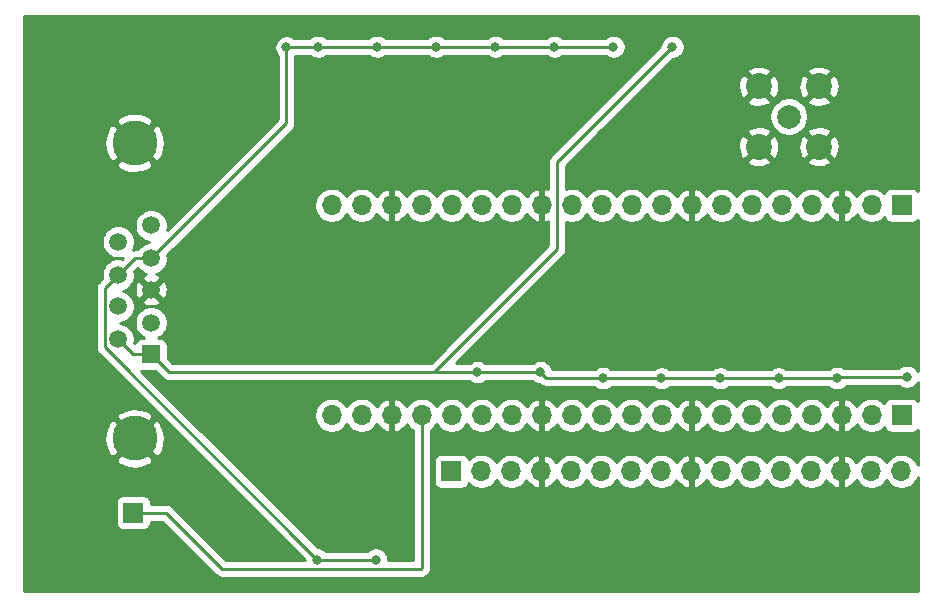
<source format=gbr>
%TF.GenerationSoftware,KiCad,Pcbnew,(5.1.9)-1*%
%TF.CreationDate,2022-05-02T16:44:27-06:00*%
%TF.ProjectId,Resistor_Cali,52657369-7374-46f7-925f-43616c692e6b,rev?*%
%TF.SameCoordinates,Original*%
%TF.FileFunction,Copper,L2,Bot*%
%TF.FilePolarity,Positive*%
%FSLAX46Y46*%
G04 Gerber Fmt 4.6, Leading zero omitted, Abs format (unit mm)*
G04 Created by KiCad (PCBNEW (5.1.9)-1) date 2022-05-02 16:44:27*
%MOMM*%
%LPD*%
G01*
G04 APERTURE LIST*
%TA.AperFunction,ComponentPad*%
%ADD10C,2.200000*%
%TD*%
%TA.AperFunction,ComponentPad*%
%ADD11C,2.000000*%
%TD*%
%TA.AperFunction,ComponentPad*%
%ADD12O,1.700000X1.700000*%
%TD*%
%TA.AperFunction,ComponentPad*%
%ADD13R,1.700000X1.700000*%
%TD*%
%TA.AperFunction,ComponentPad*%
%ADD14C,3.810000*%
%TD*%
%TA.AperFunction,ComponentPad*%
%ADD15R,1.520000X1.520000*%
%TD*%
%TA.AperFunction,ComponentPad*%
%ADD16C,1.520000*%
%TD*%
%TA.AperFunction,ViaPad*%
%ADD17C,0.800000*%
%TD*%
%TA.AperFunction,Conductor*%
%ADD18C,0.250000*%
%TD*%
%TA.AperFunction,Conductor*%
%ADD19C,0.254000*%
%TD*%
%TA.AperFunction,Conductor*%
%ADD20C,0.100000*%
%TD*%
G04 APERTURE END LIST*
D10*
%TO.P,J1,2*%
%TO.N,GND*%
X-7030000Y3410000D03*
X-12130000Y3410000D03*
X-12130000Y8510000D03*
X-7030000Y8510000D03*
D11*
%TO.P,J1,1*%
%TO.N,Net-(J1-Pad1)*%
X-9580000Y5960000D03*
%TD*%
D12*
%TO.P,J5,16*%
%TO.N,/VBUS*%
X-50000Y-24075000D03*
%TO.P,J5,15*%
%TO.N,/VSYS*%
X-2590000Y-24075000D03*
%TO.P,J5,14*%
%TO.N,GND*%
X-5130000Y-24075000D03*
%TO.P,J5,13*%
%TO.N,/3V3_EN*%
X-7670000Y-24075000D03*
%TO.P,J5,12*%
%TO.N,/3V3_OUT*%
X-10210000Y-24075000D03*
%TO.P,J5,11*%
%TO.N,/ADC_VREF*%
X-12750000Y-24075000D03*
%TO.P,J5,10*%
%TO.N,/28*%
X-15290000Y-24075000D03*
%TO.P,J5,9*%
%TO.N,GND*%
X-17830000Y-24075000D03*
%TO.P,J5,8*%
%TO.N,/27*%
X-20370000Y-24075000D03*
%TO.P,J5,7*%
%TO.N,/26*%
X-22910000Y-24075000D03*
%TO.P,J5,6*%
%TO.N,/RUN*%
X-25450000Y-24075000D03*
%TO.P,J5,5*%
%TO.N,/22*%
X-27990000Y-24075000D03*
%TO.P,J5,4*%
%TO.N,GND*%
X-30530000Y-24075000D03*
%TO.P,J5,3*%
%TO.N,/21*%
X-33070000Y-24075000D03*
%TO.P,J5,2*%
%TO.N,/20*%
X-35610000Y-24075000D03*
D13*
%TO.P,J5,1*%
%TO.N,/19*%
X-38150000Y-24075000D03*
%TD*%
D12*
%TO.P,J4,20*%
%TO.N,/16*%
X-48285000Y-19330000D03*
%TO.P,J4,19*%
%TO.N,/17*%
X-45745000Y-19330000D03*
%TO.P,J4,18*%
%TO.N,GND*%
X-43205000Y-19330000D03*
%TO.P,J4,17*%
%TO.N,/18*%
X-40665000Y-19330000D03*
%TO.P,J4,16*%
%TO.N,/19*%
X-38125000Y-19330000D03*
%TO.P,J4,15*%
%TO.N,/20*%
X-35585000Y-19330000D03*
%TO.P,J4,14*%
%TO.N,/21*%
X-33045000Y-19330000D03*
%TO.P,J4,13*%
%TO.N,GND*%
X-30505000Y-19330000D03*
%TO.P,J4,12*%
%TO.N,/22*%
X-27965000Y-19330000D03*
%TO.P,J4,11*%
%TO.N,/RUN*%
X-25425000Y-19330000D03*
%TO.P,J4,10*%
%TO.N,/26*%
X-22885000Y-19330000D03*
%TO.P,J4,9*%
%TO.N,/27*%
X-20345000Y-19330000D03*
%TO.P,J4,8*%
%TO.N,GND*%
X-17805000Y-19330000D03*
%TO.P,J4,7*%
%TO.N,/28*%
X-15265000Y-19330000D03*
%TO.P,J4,6*%
%TO.N,/ADC_VREF*%
X-12725000Y-19330000D03*
%TO.P,J4,5*%
%TO.N,/3V3_OUT*%
X-10185000Y-19330000D03*
%TO.P,J4,4*%
%TO.N,/3V3_EN*%
X-7645000Y-19330000D03*
%TO.P,J4,3*%
%TO.N,GND*%
X-5105000Y-19330000D03*
%TO.P,J4,2*%
%TO.N,/VSYS*%
X-2565000Y-19330000D03*
D13*
%TO.P,J4,1*%
%TO.N,/VBUS*%
X-25000Y-19330000D03*
%TD*%
D12*
%TO.P,J3,20*%
%TO.N,/15*%
X-48285000Y-1550000D03*
%TO.P,J3,19*%
%TO.N,/14*%
X-45745000Y-1550000D03*
%TO.P,J3,18*%
%TO.N,GND*%
X-43205000Y-1550000D03*
%TO.P,J3,17*%
%TO.N,/13*%
X-40665000Y-1550000D03*
%TO.P,J3,16*%
%TO.N,/12*%
X-38125000Y-1550000D03*
%TO.P,J3,15*%
%TO.N,/11*%
X-35585000Y-1550000D03*
%TO.P,J3,14*%
%TO.N,/10*%
X-33045000Y-1550000D03*
%TO.P,J3,13*%
%TO.N,GND*%
X-30505000Y-1550000D03*
%TO.P,J3,12*%
%TO.N,/9*%
X-27965000Y-1550000D03*
%TO.P,J3,11*%
%TO.N,/8*%
X-25425000Y-1550000D03*
%TO.P,J3,10*%
%TO.N,/7*%
X-22885000Y-1550000D03*
%TO.P,J3,9*%
%TO.N,/6*%
X-20345000Y-1550000D03*
%TO.P,J3,8*%
%TO.N,GND*%
X-17805000Y-1550000D03*
%TO.P,J3,7*%
%TO.N,/5*%
X-15265000Y-1550000D03*
%TO.P,J3,6*%
%TO.N,/4*%
X-12725000Y-1550000D03*
%TO.P,J3,5*%
%TO.N,/3*%
X-10185000Y-1550000D03*
%TO.P,J3,4*%
%TO.N,/2*%
X-7645000Y-1550000D03*
%TO.P,J3,3*%
%TO.N,GND*%
X-5105000Y-1550000D03*
%TO.P,J3,2*%
%TO.N,/1*%
X-2565000Y-1550000D03*
D13*
%TO.P,J3,1*%
%TO.N,/0*%
X-25000Y-1550000D03*
%TD*%
D14*
%TO.P,J2,0*%
%TO.N,GND*%
X-64975000Y3730000D03*
X-64975000Y-21290000D03*
D15*
%TO.P,J2,1*%
%TO.N,/I+*%
X-63575000Y-14180000D03*
D16*
%TO.P,J2,2*%
%TO.N,/I-*%
X-63575000Y-11510000D03*
%TO.P,J2,3*%
%TO.N,GND*%
X-63575000Y-8720000D03*
%TO.P,J2,4*%
%TO.N,/I+_2*%
X-63575000Y-6050000D03*
%TO.P,J2,5*%
%TO.N,/I-_2*%
X-63575000Y-3260000D03*
%TO.P,J2,6*%
%TO.N,/I+*%
X-66365000Y-12910000D03*
%TO.P,J2,7*%
%TO.N,/I-*%
X-66365000Y-10120000D03*
%TO.P,J2,8*%
%TO.N,/I+_2*%
X-66365000Y-7450000D03*
%TO.P,J2,9*%
%TO.N,/I-_2*%
X-66365000Y-4650000D03*
%TD*%
D13*
%TO.P,J6,1*%
%TO.N,/18*%
X-65090000Y-27570000D03*
%TD*%
D17*
%TO.N,/I+_2*%
X-44540000Y-31550000D03*
X-49520000Y-31550000D03*
%TO.N,/I+*%
X-19430000Y11870000D03*
%TO.N,/I+_2*%
X-24430000Y11870000D03*
X-29430000Y11870000D03*
X-34430000Y11870000D03*
X-39430000Y11870000D03*
X-44430000Y11870000D03*
X-49430000Y11870000D03*
X-52110000Y11820000D03*
%TO.N,/I+*%
X-5510000Y-16190000D03*
X-10440000Y-16200000D03*
X-15390000Y-16200000D03*
X-20370000Y-16200000D03*
X-25290000Y-16190000D03*
X-30620000Y-15690000D03*
X-35950000Y-15670000D03*
X410000Y-16070000D03*
%TD*%
D18*
%TO.N,/I+_2*%
X-24430000Y11870000D02*
X-52060000Y11870000D01*
X-52060000Y11870000D02*
X-52110000Y11820000D01*
X-52110000Y5415000D02*
X-63575000Y-6050000D01*
X-52110000Y11820000D02*
X-52110000Y5415000D01*
X-64965000Y-6050000D02*
X-66365000Y-7450000D01*
X-63575000Y-6050000D02*
X-64965000Y-6050000D01*
X-44540000Y-31550000D02*
X-49520000Y-31550000D01*
X-67500001Y-13569999D02*
X-49520000Y-31550000D01*
X-67500001Y-8585001D02*
X-67500001Y-13569999D01*
X-66365000Y-7450000D02*
X-67500001Y-8585001D01*
%TO.N,/I+*%
X-5390000Y-16070000D02*
X-5510000Y-16190000D01*
X410000Y-16070000D02*
X-5390000Y-16070000D01*
X-10430000Y-16190000D02*
X-10440000Y-16200000D01*
X-5510000Y-16190000D02*
X-10430000Y-16190000D01*
X-25280000Y-16200000D02*
X-25290000Y-16190000D01*
X-10440000Y-16200000D02*
X-25280000Y-16200000D01*
X-30120000Y-16190000D02*
X-30620000Y-15690000D01*
X-25290000Y-16190000D02*
X-30120000Y-16190000D01*
X-35930000Y-15690000D02*
X-35950000Y-15670000D01*
X-30620000Y-15690000D02*
X-35930000Y-15690000D01*
X-62085000Y-15670000D02*
X-63575000Y-14180000D01*
X-65095000Y-14180000D02*
X-66365000Y-12910000D01*
X-63575000Y-14180000D02*
X-65095000Y-14180000D01*
X-19430000Y11870000D02*
X-29190001Y2109999D01*
X-39600000Y-15670000D02*
X-62085000Y-15670000D01*
X-29190001Y-5260001D02*
X-39600000Y-15670000D01*
X-29190001Y2109999D02*
X-29190001Y-5260001D01*
X-35950000Y-15670000D02*
X-39600000Y-15670000D01*
%TO.N,/18*%
X-40695001Y-32325001D02*
X-57564999Y-32325001D01*
X-40665000Y-32295000D02*
X-40695001Y-32325001D01*
X-40665000Y-19330000D02*
X-40665000Y-32295000D01*
X-62315000Y-27575000D02*
X-57564999Y-32325001D01*
X-64825000Y-27575000D02*
X-62315000Y-27575000D01*
%TD*%
D19*
%TO.N,GND*%
X1340000Y-326574D02*
X1276185Y-248815D01*
X1179494Y-169463D01*
X1069180Y-110498D01*
X949482Y-74188D01*
X825000Y-61928D01*
X-875000Y-61928D01*
X-999482Y-74188D01*
X-1119180Y-110498D01*
X-1229494Y-169463D01*
X-1326185Y-248815D01*
X-1405537Y-345506D01*
X-1464502Y-455820D01*
X-1486513Y-528380D01*
X-1618368Y-396525D01*
X-1861589Y-234010D01*
X-2131842Y-122068D01*
X-2418740Y-65000D01*
X-2711260Y-65000D01*
X-2998158Y-122068D01*
X-3268411Y-234010D01*
X-3511632Y-396525D01*
X-3718475Y-603368D01*
X-3840195Y-785534D01*
X-3909822Y-668645D01*
X-4104731Y-452412D01*
X-4338080Y-278359D01*
X-4600901Y-153175D01*
X-4748110Y-108524D01*
X-4978000Y-229845D01*
X-4978000Y-1423000D01*
X-4958000Y-1423000D01*
X-4958000Y-1677000D01*
X-4978000Y-1677000D01*
X-4978000Y-2870155D01*
X-4748110Y-2991476D01*
X-4600901Y-2946825D01*
X-4338080Y-2821641D01*
X-4104731Y-2647588D01*
X-3909822Y-2431355D01*
X-3840195Y-2314466D01*
X-3718475Y-2496632D01*
X-3511632Y-2703475D01*
X-3268411Y-2865990D01*
X-2998158Y-2977932D01*
X-2711260Y-3035000D01*
X-2418740Y-3035000D01*
X-2131842Y-2977932D01*
X-1861589Y-2865990D01*
X-1618368Y-2703475D01*
X-1486513Y-2571620D01*
X-1464502Y-2644180D01*
X-1405537Y-2754494D01*
X-1326185Y-2851185D01*
X-1229494Y-2930537D01*
X-1119180Y-2989502D01*
X-999482Y-3025812D01*
X-875000Y-3038072D01*
X825000Y-3038072D01*
X949482Y-3025812D01*
X1069180Y-2989502D01*
X1179494Y-2930537D01*
X1276185Y-2851185D01*
X1340000Y-2773426D01*
X1340001Y-15610635D01*
X1327205Y-15579744D01*
X1213937Y-15410226D01*
X1069774Y-15266063D01*
X900256Y-15152795D01*
X711898Y-15074774D01*
X511939Y-15035000D01*
X308061Y-15035000D01*
X108102Y-15074774D01*
X-80256Y-15152795D01*
X-249774Y-15266063D01*
X-293711Y-15310000D01*
X-4964063Y-15310000D01*
X-5019744Y-15272795D01*
X-5208102Y-15194774D01*
X-5408061Y-15155000D01*
X-5611939Y-15155000D01*
X-5811898Y-15194774D01*
X-6000256Y-15272795D01*
X-6169774Y-15386063D01*
X-6213711Y-15430000D01*
X-9746289Y-15430000D01*
X-9780226Y-15396063D01*
X-9949744Y-15282795D01*
X-10138102Y-15204774D01*
X-10338061Y-15165000D01*
X-10541939Y-15165000D01*
X-10741898Y-15204774D01*
X-10930256Y-15282795D01*
X-11099774Y-15396063D01*
X-11143711Y-15440000D01*
X-14686289Y-15440000D01*
X-14730226Y-15396063D01*
X-14899744Y-15282795D01*
X-15088102Y-15204774D01*
X-15288061Y-15165000D01*
X-15491939Y-15165000D01*
X-15691898Y-15204774D01*
X-15880256Y-15282795D01*
X-16049774Y-15396063D01*
X-16093711Y-15440000D01*
X-19666289Y-15440000D01*
X-19710226Y-15396063D01*
X-19879744Y-15282795D01*
X-20068102Y-15204774D01*
X-20268061Y-15165000D01*
X-20471939Y-15165000D01*
X-20671898Y-15204774D01*
X-20860256Y-15282795D01*
X-21029774Y-15396063D01*
X-21073711Y-15440000D01*
X-24576289Y-15440000D01*
X-24630226Y-15386063D01*
X-24799744Y-15272795D01*
X-24988102Y-15194774D01*
X-25188061Y-15155000D01*
X-25391939Y-15155000D01*
X-25591898Y-15194774D01*
X-25780256Y-15272795D01*
X-25949774Y-15386063D01*
X-25993711Y-15430000D01*
X-29616440Y-15430000D01*
X-29624774Y-15388102D01*
X-29702795Y-15199744D01*
X-29816063Y-15030226D01*
X-29960226Y-14886063D01*
X-30129744Y-14772795D01*
X-30318102Y-14694774D01*
X-30518061Y-14655000D01*
X-30721939Y-14655000D01*
X-30921898Y-14694774D01*
X-31110256Y-14772795D01*
X-31279774Y-14886063D01*
X-31323711Y-14930000D01*
X-35226289Y-14930000D01*
X-35290226Y-14866063D01*
X-35459744Y-14752795D01*
X-35648102Y-14674774D01*
X-35848061Y-14635000D01*
X-36051939Y-14635000D01*
X-36251898Y-14674774D01*
X-36440256Y-14752795D01*
X-36609774Y-14866063D01*
X-36653711Y-14910000D01*
X-37765199Y-14910000D01*
X-28678998Y-5823800D01*
X-28650000Y-5800002D01*
X-28555027Y-5684277D01*
X-28484455Y-5552248D01*
X-28440998Y-5408987D01*
X-28430001Y-5297334D01*
X-28430001Y-5297326D01*
X-28426325Y-5260001D01*
X-28430001Y-5222676D01*
X-28430001Y-2964742D01*
X-28398158Y-2977932D01*
X-28111260Y-3035000D01*
X-27818740Y-3035000D01*
X-27531842Y-2977932D01*
X-27261589Y-2865990D01*
X-27018368Y-2703475D01*
X-26811525Y-2496632D01*
X-26695000Y-2322240D01*
X-26578475Y-2496632D01*
X-26371632Y-2703475D01*
X-26128411Y-2865990D01*
X-25858158Y-2977932D01*
X-25571260Y-3035000D01*
X-25278740Y-3035000D01*
X-24991842Y-2977932D01*
X-24721589Y-2865990D01*
X-24478368Y-2703475D01*
X-24271525Y-2496632D01*
X-24155000Y-2322240D01*
X-24038475Y-2496632D01*
X-23831632Y-2703475D01*
X-23588411Y-2865990D01*
X-23318158Y-2977932D01*
X-23031260Y-3035000D01*
X-22738740Y-3035000D01*
X-22451842Y-2977932D01*
X-22181589Y-2865990D01*
X-21938368Y-2703475D01*
X-21731525Y-2496632D01*
X-21615000Y-2322240D01*
X-21498475Y-2496632D01*
X-21291632Y-2703475D01*
X-21048411Y-2865990D01*
X-20778158Y-2977932D01*
X-20491260Y-3035000D01*
X-20198740Y-3035000D01*
X-19911842Y-2977932D01*
X-19641589Y-2865990D01*
X-19398368Y-2703475D01*
X-19191525Y-2496632D01*
X-19069805Y-2314466D01*
X-19000178Y-2431355D01*
X-18805269Y-2647588D01*
X-18571920Y-2821641D01*
X-18309099Y-2946825D01*
X-18161890Y-2991476D01*
X-17932000Y-2870155D01*
X-17932000Y-1677000D01*
X-17952000Y-1677000D01*
X-17952000Y-1423000D01*
X-17932000Y-1423000D01*
X-17932000Y-229845D01*
X-17678000Y-229845D01*
X-17678000Y-1423000D01*
X-17658000Y-1423000D01*
X-17658000Y-1677000D01*
X-17678000Y-1677000D01*
X-17678000Y-2870155D01*
X-17448110Y-2991476D01*
X-17300901Y-2946825D01*
X-17038080Y-2821641D01*
X-16804731Y-2647588D01*
X-16609822Y-2431355D01*
X-16540195Y-2314466D01*
X-16418475Y-2496632D01*
X-16211632Y-2703475D01*
X-15968411Y-2865990D01*
X-15698158Y-2977932D01*
X-15411260Y-3035000D01*
X-15118740Y-3035000D01*
X-14831842Y-2977932D01*
X-14561589Y-2865990D01*
X-14318368Y-2703475D01*
X-14111525Y-2496632D01*
X-13995000Y-2322240D01*
X-13878475Y-2496632D01*
X-13671632Y-2703475D01*
X-13428411Y-2865990D01*
X-13158158Y-2977932D01*
X-12871260Y-3035000D01*
X-12578740Y-3035000D01*
X-12291842Y-2977932D01*
X-12021589Y-2865990D01*
X-11778368Y-2703475D01*
X-11571525Y-2496632D01*
X-11455000Y-2322240D01*
X-11338475Y-2496632D01*
X-11131632Y-2703475D01*
X-10888411Y-2865990D01*
X-10618158Y-2977932D01*
X-10331260Y-3035000D01*
X-10038740Y-3035000D01*
X-9751842Y-2977932D01*
X-9481589Y-2865990D01*
X-9238368Y-2703475D01*
X-9031525Y-2496632D01*
X-8915000Y-2322240D01*
X-8798475Y-2496632D01*
X-8591632Y-2703475D01*
X-8348411Y-2865990D01*
X-8078158Y-2977932D01*
X-7791260Y-3035000D01*
X-7498740Y-3035000D01*
X-7211842Y-2977932D01*
X-6941589Y-2865990D01*
X-6698368Y-2703475D01*
X-6491525Y-2496632D01*
X-6369805Y-2314466D01*
X-6300178Y-2431355D01*
X-6105269Y-2647588D01*
X-5871920Y-2821641D01*
X-5609099Y-2946825D01*
X-5461890Y-2991476D01*
X-5232000Y-2870155D01*
X-5232000Y-1677000D01*
X-5252000Y-1677000D01*
X-5252000Y-1423000D01*
X-5232000Y-1423000D01*
X-5232000Y-229845D01*
X-5461890Y-108524D01*
X-5609099Y-153175D01*
X-5871920Y-278359D01*
X-6105269Y-452412D01*
X-6300178Y-668645D01*
X-6369805Y-785534D01*
X-6491525Y-603368D01*
X-6698368Y-396525D01*
X-6941589Y-234010D01*
X-7211842Y-122068D01*
X-7498740Y-65000D01*
X-7791260Y-65000D01*
X-8078158Y-122068D01*
X-8348411Y-234010D01*
X-8591632Y-396525D01*
X-8798475Y-603368D01*
X-8915000Y-777760D01*
X-9031525Y-603368D01*
X-9238368Y-396525D01*
X-9481589Y-234010D01*
X-9751842Y-122068D01*
X-10038740Y-65000D01*
X-10331260Y-65000D01*
X-10618158Y-122068D01*
X-10888411Y-234010D01*
X-11131632Y-396525D01*
X-11338475Y-603368D01*
X-11455000Y-777760D01*
X-11571525Y-603368D01*
X-11778368Y-396525D01*
X-12021589Y-234010D01*
X-12291842Y-122068D01*
X-12578740Y-65000D01*
X-12871260Y-65000D01*
X-13158158Y-122068D01*
X-13428411Y-234010D01*
X-13671632Y-396525D01*
X-13878475Y-603368D01*
X-13995000Y-777760D01*
X-14111525Y-603368D01*
X-14318368Y-396525D01*
X-14561589Y-234010D01*
X-14831842Y-122068D01*
X-15118740Y-65000D01*
X-15411260Y-65000D01*
X-15698158Y-122068D01*
X-15968411Y-234010D01*
X-16211632Y-396525D01*
X-16418475Y-603368D01*
X-16540195Y-785534D01*
X-16609822Y-668645D01*
X-16804731Y-452412D01*
X-17038080Y-278359D01*
X-17300901Y-153175D01*
X-17448110Y-108524D01*
X-17678000Y-229845D01*
X-17932000Y-229845D01*
X-18161890Y-108524D01*
X-18309099Y-153175D01*
X-18571920Y-278359D01*
X-18805269Y-452412D01*
X-19000178Y-668645D01*
X-19069805Y-785534D01*
X-19191525Y-603368D01*
X-19398368Y-396525D01*
X-19641589Y-234010D01*
X-19911842Y-122068D01*
X-20198740Y-65000D01*
X-20491260Y-65000D01*
X-20778158Y-122068D01*
X-21048411Y-234010D01*
X-21291632Y-396525D01*
X-21498475Y-603368D01*
X-21615000Y-777760D01*
X-21731525Y-603368D01*
X-21938368Y-396525D01*
X-22181589Y-234010D01*
X-22451842Y-122068D01*
X-22738740Y-65000D01*
X-23031260Y-65000D01*
X-23318158Y-122068D01*
X-23588411Y-234010D01*
X-23831632Y-396525D01*
X-24038475Y-603368D01*
X-24155000Y-777760D01*
X-24271525Y-603368D01*
X-24478368Y-396525D01*
X-24721589Y-234010D01*
X-24991842Y-122068D01*
X-25278740Y-65000D01*
X-25571260Y-65000D01*
X-25858158Y-122068D01*
X-26128411Y-234010D01*
X-26371632Y-396525D01*
X-26578475Y-603368D01*
X-26695000Y-777760D01*
X-26811525Y-603368D01*
X-27018368Y-396525D01*
X-27261589Y-234010D01*
X-27531842Y-122068D01*
X-27818740Y-65000D01*
X-28111260Y-65000D01*
X-28398158Y-122068D01*
X-28430001Y-135258D01*
X-28430001Y1795198D01*
X-28021911Y2203288D01*
X-13157107Y2203288D01*
X-13049274Y1928662D01*
X-12742616Y1777784D01*
X-12412415Y1689631D01*
X-12071361Y1667591D01*
X-11732561Y1712511D01*
X-11409034Y1822664D01*
X-11210726Y1928662D01*
X-11102893Y2203288D01*
X-8057107Y2203288D01*
X-7949274Y1928662D01*
X-7642616Y1777784D01*
X-7312415Y1689631D01*
X-6971361Y1667591D01*
X-6632561Y1712511D01*
X-6309034Y1822664D01*
X-6110726Y1928662D01*
X-6002893Y2203288D01*
X-7030000Y3230395D01*
X-8057107Y2203288D01*
X-11102893Y2203288D01*
X-12130000Y3230395D01*
X-13157107Y2203288D01*
X-28021911Y2203288D01*
X-26873838Y3351361D01*
X-13872409Y3351361D01*
X-13827489Y3012561D01*
X-13717336Y2689034D01*
X-13611338Y2490726D01*
X-13336712Y2382893D01*
X-12309605Y3410000D01*
X-11950395Y3410000D01*
X-10923288Y2382893D01*
X-10648662Y2490726D01*
X-10497784Y2797384D01*
X-10409631Y3127585D01*
X-10395170Y3351361D01*
X-8772409Y3351361D01*
X-8727489Y3012561D01*
X-8617336Y2689034D01*
X-8511338Y2490726D01*
X-8236712Y2382893D01*
X-7209605Y3410000D01*
X-6850395Y3410000D01*
X-5823288Y2382893D01*
X-5548662Y2490726D01*
X-5397784Y2797384D01*
X-5309631Y3127585D01*
X-5287591Y3468639D01*
X-5332511Y3807439D01*
X-5442664Y4130966D01*
X-5548662Y4329274D01*
X-5823288Y4437107D01*
X-6850395Y3410000D01*
X-7209605Y3410000D01*
X-8236712Y4437107D01*
X-8511338Y4329274D01*
X-8662216Y4022616D01*
X-8750369Y3692415D01*
X-8772409Y3351361D01*
X-10395170Y3351361D01*
X-10387591Y3468639D01*
X-10432511Y3807439D01*
X-10542664Y4130966D01*
X-10648662Y4329274D01*
X-10923288Y4437107D01*
X-11950395Y3410000D01*
X-12309605Y3410000D01*
X-13336712Y4437107D01*
X-13611338Y4329274D01*
X-13762216Y4022616D01*
X-13850369Y3692415D01*
X-13872409Y3351361D01*
X-26873838Y3351361D01*
X-25608487Y4616712D01*
X-13157107Y4616712D01*
X-12130000Y3589605D01*
X-11102893Y4616712D01*
X-11210726Y4891338D01*
X-11517384Y5042216D01*
X-11847585Y5130369D01*
X-12188639Y5152409D01*
X-12527439Y5107489D01*
X-12850966Y4997336D01*
X-13049274Y4891338D01*
X-13157107Y4616712D01*
X-25608487Y4616712D01*
X-24104166Y6121033D01*
X-11215000Y6121033D01*
X-11215000Y5798967D01*
X-11152168Y5483088D01*
X-11028918Y5185537D01*
X-10849987Y4917748D01*
X-10622252Y4690013D01*
X-10354463Y4511082D01*
X-10056912Y4387832D01*
X-9741033Y4325000D01*
X-9418967Y4325000D01*
X-9103088Y4387832D01*
X-8805537Y4511082D01*
X-8647451Y4616712D01*
X-8057107Y4616712D01*
X-7030000Y3589605D01*
X-6002893Y4616712D01*
X-6110726Y4891338D01*
X-6417384Y5042216D01*
X-6747585Y5130369D01*
X-7088639Y5152409D01*
X-7427439Y5107489D01*
X-7750966Y4997336D01*
X-7949274Y4891338D01*
X-8057107Y4616712D01*
X-8647451Y4616712D01*
X-8537748Y4690013D01*
X-8310013Y4917748D01*
X-8131082Y5185537D01*
X-8007832Y5483088D01*
X-7945000Y5798967D01*
X-7945000Y6121033D01*
X-8007832Y6436912D01*
X-8131082Y6734463D01*
X-8310013Y7002252D01*
X-8537748Y7229987D01*
X-8647450Y7303288D01*
X-8057107Y7303288D01*
X-7949274Y7028662D01*
X-7642616Y6877784D01*
X-7312415Y6789631D01*
X-6971361Y6767591D01*
X-6632561Y6812511D01*
X-6309034Y6922664D01*
X-6110726Y7028662D01*
X-6002893Y7303288D01*
X-7030000Y8330395D01*
X-8057107Y7303288D01*
X-8647450Y7303288D01*
X-8805537Y7408918D01*
X-9103088Y7532168D01*
X-9418967Y7595000D01*
X-9741033Y7595000D01*
X-10056912Y7532168D01*
X-10354463Y7408918D01*
X-10622252Y7229987D01*
X-10849987Y7002252D01*
X-11028918Y6734463D01*
X-11152168Y6436912D01*
X-11215000Y6121033D01*
X-24104166Y6121033D01*
X-22921911Y7303288D01*
X-13157107Y7303288D01*
X-13049274Y7028662D01*
X-12742616Y6877784D01*
X-12412415Y6789631D01*
X-12071361Y6767591D01*
X-11732561Y6812511D01*
X-11409034Y6922664D01*
X-11210726Y7028662D01*
X-11102893Y7303288D01*
X-12130000Y8330395D01*
X-13157107Y7303288D01*
X-22921911Y7303288D01*
X-21773838Y8451361D01*
X-13872409Y8451361D01*
X-13827489Y8112561D01*
X-13717336Y7789034D01*
X-13611338Y7590726D01*
X-13336712Y7482893D01*
X-12309605Y8510000D01*
X-11950395Y8510000D01*
X-10923288Y7482893D01*
X-10648662Y7590726D01*
X-10497784Y7897384D01*
X-10409631Y8227585D01*
X-10395170Y8451361D01*
X-8772409Y8451361D01*
X-8727489Y8112561D01*
X-8617336Y7789034D01*
X-8511338Y7590726D01*
X-8236712Y7482893D01*
X-7209605Y8510000D01*
X-6850395Y8510000D01*
X-5823288Y7482893D01*
X-5548662Y7590726D01*
X-5397784Y7897384D01*
X-5309631Y8227585D01*
X-5287591Y8568639D01*
X-5332511Y8907439D01*
X-5442664Y9230966D01*
X-5548662Y9429274D01*
X-5823288Y9537107D01*
X-6850395Y8510000D01*
X-7209605Y8510000D01*
X-8236712Y9537107D01*
X-8511338Y9429274D01*
X-8662216Y9122616D01*
X-8750369Y8792415D01*
X-8772409Y8451361D01*
X-10395170Y8451361D01*
X-10387591Y8568639D01*
X-10432511Y8907439D01*
X-10542664Y9230966D01*
X-10648662Y9429274D01*
X-10923288Y9537107D01*
X-11950395Y8510000D01*
X-12309605Y8510000D01*
X-13336712Y9537107D01*
X-13611338Y9429274D01*
X-13762216Y9122616D01*
X-13850369Y8792415D01*
X-13872409Y8451361D01*
X-21773838Y8451361D01*
X-20508487Y9716712D01*
X-13157107Y9716712D01*
X-12130000Y8689605D01*
X-11102893Y9716712D01*
X-8057107Y9716712D01*
X-7030000Y8689605D01*
X-6002893Y9716712D01*
X-6110726Y9991338D01*
X-6417384Y10142216D01*
X-6747585Y10230369D01*
X-7088639Y10252409D01*
X-7427439Y10207489D01*
X-7750966Y10097336D01*
X-7949274Y9991338D01*
X-8057107Y9716712D01*
X-11102893Y9716712D01*
X-11210726Y9991338D01*
X-11517384Y10142216D01*
X-11847585Y10230369D01*
X-12188639Y10252409D01*
X-12527439Y10207489D01*
X-12850966Y10097336D01*
X-13049274Y9991338D01*
X-13157107Y9716712D01*
X-20508487Y9716712D01*
X-19390198Y10835000D01*
X-19328061Y10835000D01*
X-19128102Y10874774D01*
X-18939744Y10952795D01*
X-18770226Y11066063D01*
X-18626063Y11210226D01*
X-18512795Y11379744D01*
X-18434774Y11568102D01*
X-18395000Y11768061D01*
X-18395000Y11971939D01*
X-18434774Y12171898D01*
X-18512795Y12360256D01*
X-18626063Y12529774D01*
X-18770226Y12673937D01*
X-18939744Y12787205D01*
X-19128102Y12865226D01*
X-19328061Y12905000D01*
X-19531939Y12905000D01*
X-19731898Y12865226D01*
X-19920256Y12787205D01*
X-20089774Y12673937D01*
X-20233937Y12529774D01*
X-20347205Y12360256D01*
X-20425226Y12171898D01*
X-20465000Y11971939D01*
X-20465000Y11909802D01*
X-29700998Y2673803D01*
X-29730002Y2650000D01*
X-29785130Y2582825D01*
X-29824975Y2534275D01*
X-29895546Y2402246D01*
X-29895547Y2402245D01*
X-29939004Y2258984D01*
X-29950001Y2147331D01*
X-29950001Y2147321D01*
X-29953677Y2109999D01*
X-29950001Y2072677D01*
X-29950001Y-177419D01*
X-30000901Y-153175D01*
X-30148110Y-108524D01*
X-30378000Y-229845D01*
X-30378000Y-1423000D01*
X-30358000Y-1423000D01*
X-30358000Y-1677000D01*
X-30378000Y-1677000D01*
X-30378000Y-2870155D01*
X-30148110Y-2991476D01*
X-30000901Y-2946825D01*
X-29950000Y-2922581D01*
X-29950000Y-4945198D01*
X-39914801Y-14910000D01*
X-61770198Y-14910000D01*
X-62176928Y-14503270D01*
X-62176928Y-13420000D01*
X-62189188Y-13295518D01*
X-62225498Y-13175820D01*
X-62284463Y-13065506D01*
X-62363815Y-12968815D01*
X-62460506Y-12889463D01*
X-62570820Y-12830498D01*
X-62690518Y-12794188D01*
X-62815000Y-12781928D01*
X-63000395Y-12781928D01*
X-62914220Y-12746233D01*
X-62685739Y-12593567D01*
X-62491433Y-12399261D01*
X-62338767Y-12170780D01*
X-62233609Y-11916907D01*
X-62180000Y-11647396D01*
X-62180000Y-11372604D01*
X-62233609Y-11103093D01*
X-62338767Y-10849220D01*
X-62491433Y-10620739D01*
X-62685739Y-10426433D01*
X-62914220Y-10273767D01*
X-63168093Y-10168609D01*
X-63437604Y-10115000D01*
X-63470434Y-10115000D01*
X-63231183Y-10078931D01*
X-62972674Y-9985744D01*
X-62857206Y-9924025D01*
X-62790469Y-9684137D01*
X-63575000Y-8899605D01*
X-64359531Y-9684137D01*
X-64292794Y-9924025D01*
X-64044108Y-10040924D01*
X-63777394Y-10107061D01*
X-63607596Y-10115000D01*
X-63712396Y-10115000D01*
X-63981907Y-10168609D01*
X-64235780Y-10273767D01*
X-64464261Y-10426433D01*
X-64658567Y-10620739D01*
X-64811233Y-10849220D01*
X-64916391Y-11103093D01*
X-64970000Y-11372604D01*
X-64970000Y-11647396D01*
X-64916391Y-11916907D01*
X-64811233Y-12170780D01*
X-64658567Y-12399261D01*
X-64464261Y-12593567D01*
X-64235780Y-12746233D01*
X-64149605Y-12781928D01*
X-64335000Y-12781928D01*
X-64459482Y-12794188D01*
X-64579180Y-12830498D01*
X-64689494Y-12889463D01*
X-64786185Y-12968815D01*
X-64865537Y-13065506D01*
X-64924502Y-13175820D01*
X-64947748Y-13252451D01*
X-65000329Y-13199870D01*
X-64970000Y-13047396D01*
X-64970000Y-12772604D01*
X-65023609Y-12503093D01*
X-65128767Y-12249220D01*
X-65281433Y-12020739D01*
X-65475739Y-11826433D01*
X-65704220Y-11673767D01*
X-65958093Y-11568609D01*
X-66227604Y-11515000D01*
X-65958093Y-11461391D01*
X-65704220Y-11356233D01*
X-65475739Y-11203567D01*
X-65281433Y-11009261D01*
X-65128767Y-10780780D01*
X-65023609Y-10526907D01*
X-64970000Y-10257396D01*
X-64970000Y-9982604D01*
X-65023609Y-9713093D01*
X-65128767Y-9459220D01*
X-65281433Y-9230739D01*
X-65475739Y-9036433D01*
X-65704220Y-8883767D01*
X-65925530Y-8792097D01*
X-64974895Y-8792097D01*
X-64933931Y-9063817D01*
X-64840744Y-9322326D01*
X-64779025Y-9437794D01*
X-64539137Y-9504531D01*
X-63754605Y-8720000D01*
X-63395395Y-8720000D01*
X-62610863Y-9504531D01*
X-62370975Y-9437794D01*
X-62254076Y-9189108D01*
X-62187939Y-8922394D01*
X-62175105Y-8647903D01*
X-62216069Y-8376183D01*
X-62309256Y-8117674D01*
X-62370975Y-8002206D01*
X-62610863Y-7935469D01*
X-63395395Y-8720000D01*
X-63754605Y-8720000D01*
X-64539137Y-7935469D01*
X-64779025Y-8002206D01*
X-64895924Y-8250892D01*
X-64962061Y-8517606D01*
X-64974895Y-8792097D01*
X-65925530Y-8792097D01*
X-65942664Y-8785000D01*
X-65704220Y-8686233D01*
X-65475739Y-8533567D01*
X-65281433Y-8339261D01*
X-65128767Y-8110780D01*
X-65023609Y-7856907D01*
X-64970000Y-7587396D01*
X-64970000Y-7312604D01*
X-65000329Y-7160130D01*
X-64706990Y-6866791D01*
X-64658567Y-6939261D01*
X-64464261Y-7133567D01*
X-64235780Y-7286233D01*
X-63991691Y-7387338D01*
X-64177326Y-7454256D01*
X-64292794Y-7515975D01*
X-64359531Y-7755863D01*
X-63575000Y-8540395D01*
X-62790469Y-7755863D01*
X-62857206Y-7515975D01*
X-63105892Y-7399076D01*
X-63156406Y-7386550D01*
X-62914220Y-7286233D01*
X-62685739Y-7133567D01*
X-62491433Y-6939261D01*
X-62338767Y-6710780D01*
X-62233609Y-6456907D01*
X-62180000Y-6187396D01*
X-62180000Y-5912604D01*
X-62210329Y-5760130D01*
X-57853939Y-1403740D01*
X-49770000Y-1403740D01*
X-49770000Y-1696260D01*
X-49712932Y-1983158D01*
X-49600990Y-2253411D01*
X-49438475Y-2496632D01*
X-49231632Y-2703475D01*
X-48988411Y-2865990D01*
X-48718158Y-2977932D01*
X-48431260Y-3035000D01*
X-48138740Y-3035000D01*
X-47851842Y-2977932D01*
X-47581589Y-2865990D01*
X-47338368Y-2703475D01*
X-47131525Y-2496632D01*
X-47015000Y-2322240D01*
X-46898475Y-2496632D01*
X-46691632Y-2703475D01*
X-46448411Y-2865990D01*
X-46178158Y-2977932D01*
X-45891260Y-3035000D01*
X-45598740Y-3035000D01*
X-45311842Y-2977932D01*
X-45041589Y-2865990D01*
X-44798368Y-2703475D01*
X-44591525Y-2496632D01*
X-44469805Y-2314466D01*
X-44400178Y-2431355D01*
X-44205269Y-2647588D01*
X-43971920Y-2821641D01*
X-43709099Y-2946825D01*
X-43561890Y-2991476D01*
X-43332000Y-2870155D01*
X-43332000Y-1677000D01*
X-43352000Y-1677000D01*
X-43352000Y-1423000D01*
X-43332000Y-1423000D01*
X-43332000Y-229845D01*
X-43078000Y-229845D01*
X-43078000Y-1423000D01*
X-43058000Y-1423000D01*
X-43058000Y-1677000D01*
X-43078000Y-1677000D01*
X-43078000Y-2870155D01*
X-42848110Y-2991476D01*
X-42700901Y-2946825D01*
X-42438080Y-2821641D01*
X-42204731Y-2647588D01*
X-42009822Y-2431355D01*
X-41940195Y-2314466D01*
X-41818475Y-2496632D01*
X-41611632Y-2703475D01*
X-41368411Y-2865990D01*
X-41098158Y-2977932D01*
X-40811260Y-3035000D01*
X-40518740Y-3035000D01*
X-40231842Y-2977932D01*
X-39961589Y-2865990D01*
X-39718368Y-2703475D01*
X-39511525Y-2496632D01*
X-39395000Y-2322240D01*
X-39278475Y-2496632D01*
X-39071632Y-2703475D01*
X-38828411Y-2865990D01*
X-38558158Y-2977932D01*
X-38271260Y-3035000D01*
X-37978740Y-3035000D01*
X-37691842Y-2977932D01*
X-37421589Y-2865990D01*
X-37178368Y-2703475D01*
X-36971525Y-2496632D01*
X-36855000Y-2322240D01*
X-36738475Y-2496632D01*
X-36531632Y-2703475D01*
X-36288411Y-2865990D01*
X-36018158Y-2977932D01*
X-35731260Y-3035000D01*
X-35438740Y-3035000D01*
X-35151842Y-2977932D01*
X-34881589Y-2865990D01*
X-34638368Y-2703475D01*
X-34431525Y-2496632D01*
X-34315000Y-2322240D01*
X-34198475Y-2496632D01*
X-33991632Y-2703475D01*
X-33748411Y-2865990D01*
X-33478158Y-2977932D01*
X-33191260Y-3035000D01*
X-32898740Y-3035000D01*
X-32611842Y-2977932D01*
X-32341589Y-2865990D01*
X-32098368Y-2703475D01*
X-31891525Y-2496632D01*
X-31769805Y-2314466D01*
X-31700178Y-2431355D01*
X-31505269Y-2647588D01*
X-31271920Y-2821641D01*
X-31009099Y-2946825D01*
X-30861890Y-2991476D01*
X-30632000Y-2870155D01*
X-30632000Y-1677000D01*
X-30652000Y-1677000D01*
X-30652000Y-1423000D01*
X-30632000Y-1423000D01*
X-30632000Y-229845D01*
X-30861890Y-108524D01*
X-31009099Y-153175D01*
X-31271920Y-278359D01*
X-31505269Y-452412D01*
X-31700178Y-668645D01*
X-31769805Y-785534D01*
X-31891525Y-603368D01*
X-32098368Y-396525D01*
X-32341589Y-234010D01*
X-32611842Y-122068D01*
X-32898740Y-65000D01*
X-33191260Y-65000D01*
X-33478158Y-122068D01*
X-33748411Y-234010D01*
X-33991632Y-396525D01*
X-34198475Y-603368D01*
X-34315000Y-777760D01*
X-34431525Y-603368D01*
X-34638368Y-396525D01*
X-34881589Y-234010D01*
X-35151842Y-122068D01*
X-35438740Y-65000D01*
X-35731260Y-65000D01*
X-36018158Y-122068D01*
X-36288411Y-234010D01*
X-36531632Y-396525D01*
X-36738475Y-603368D01*
X-36855000Y-777760D01*
X-36971525Y-603368D01*
X-37178368Y-396525D01*
X-37421589Y-234010D01*
X-37691842Y-122068D01*
X-37978740Y-65000D01*
X-38271260Y-65000D01*
X-38558158Y-122068D01*
X-38828411Y-234010D01*
X-39071632Y-396525D01*
X-39278475Y-603368D01*
X-39395000Y-777760D01*
X-39511525Y-603368D01*
X-39718368Y-396525D01*
X-39961589Y-234010D01*
X-40231842Y-122068D01*
X-40518740Y-65000D01*
X-40811260Y-65000D01*
X-41098158Y-122068D01*
X-41368411Y-234010D01*
X-41611632Y-396525D01*
X-41818475Y-603368D01*
X-41940195Y-785534D01*
X-42009822Y-668645D01*
X-42204731Y-452412D01*
X-42438080Y-278359D01*
X-42700901Y-153175D01*
X-42848110Y-108524D01*
X-43078000Y-229845D01*
X-43332000Y-229845D01*
X-43561890Y-108524D01*
X-43709099Y-153175D01*
X-43971920Y-278359D01*
X-44205269Y-452412D01*
X-44400178Y-668645D01*
X-44469805Y-785534D01*
X-44591525Y-603368D01*
X-44798368Y-396525D01*
X-45041589Y-234010D01*
X-45311842Y-122068D01*
X-45598740Y-65000D01*
X-45891260Y-65000D01*
X-46178158Y-122068D01*
X-46448411Y-234010D01*
X-46691632Y-396525D01*
X-46898475Y-603368D01*
X-47015000Y-777760D01*
X-47131525Y-603368D01*
X-47338368Y-396525D01*
X-47581589Y-234010D01*
X-47851842Y-122068D01*
X-48138740Y-65000D01*
X-48431260Y-65000D01*
X-48718158Y-122068D01*
X-48988411Y-234010D01*
X-49231632Y-396525D01*
X-49438475Y-603368D01*
X-49600990Y-846589D01*
X-49712932Y-1116842D01*
X-49770000Y-1403740D01*
X-57853939Y-1403740D01*
X-51598992Y4851205D01*
X-51569999Y4874999D01*
X-51546205Y4903992D01*
X-51546201Y4903996D01*
X-51475027Y4990723D01*
X-51447503Y5042216D01*
X-51404454Y5122753D01*
X-51360997Y5266014D01*
X-51350000Y5377667D01*
X-51350000Y5377676D01*
X-51346324Y5414999D01*
X-51350000Y5452322D01*
X-51350000Y11110000D01*
X-50133711Y11110000D01*
X-50089774Y11066063D01*
X-49920256Y10952795D01*
X-49731898Y10874774D01*
X-49531939Y10835000D01*
X-49328061Y10835000D01*
X-49128102Y10874774D01*
X-48939744Y10952795D01*
X-48770226Y11066063D01*
X-48726289Y11110000D01*
X-45133711Y11110000D01*
X-45089774Y11066063D01*
X-44920256Y10952795D01*
X-44731898Y10874774D01*
X-44531939Y10835000D01*
X-44328061Y10835000D01*
X-44128102Y10874774D01*
X-43939744Y10952795D01*
X-43770226Y11066063D01*
X-43726289Y11110000D01*
X-40133711Y11110000D01*
X-40089774Y11066063D01*
X-39920256Y10952795D01*
X-39731898Y10874774D01*
X-39531939Y10835000D01*
X-39328061Y10835000D01*
X-39128102Y10874774D01*
X-38939744Y10952795D01*
X-38770226Y11066063D01*
X-38726289Y11110000D01*
X-35133711Y11110000D01*
X-35089774Y11066063D01*
X-34920256Y10952795D01*
X-34731898Y10874774D01*
X-34531939Y10835000D01*
X-34328061Y10835000D01*
X-34128102Y10874774D01*
X-33939744Y10952795D01*
X-33770226Y11066063D01*
X-33726289Y11110000D01*
X-30133711Y11110000D01*
X-30089774Y11066063D01*
X-29920256Y10952795D01*
X-29731898Y10874774D01*
X-29531939Y10835000D01*
X-29328061Y10835000D01*
X-29128102Y10874774D01*
X-28939744Y10952795D01*
X-28770226Y11066063D01*
X-28726289Y11110000D01*
X-25133711Y11110000D01*
X-25089774Y11066063D01*
X-24920256Y10952795D01*
X-24731898Y10874774D01*
X-24531939Y10835000D01*
X-24328061Y10835000D01*
X-24128102Y10874774D01*
X-23939744Y10952795D01*
X-23770226Y11066063D01*
X-23626063Y11210226D01*
X-23512795Y11379744D01*
X-23434774Y11568102D01*
X-23395000Y11768061D01*
X-23395000Y11971939D01*
X-23434774Y12171898D01*
X-23512795Y12360256D01*
X-23626063Y12529774D01*
X-23770226Y12673937D01*
X-23939744Y12787205D01*
X-24128102Y12865226D01*
X-24328061Y12905000D01*
X-24531939Y12905000D01*
X-24731898Y12865226D01*
X-24920256Y12787205D01*
X-25089774Y12673937D01*
X-25133711Y12630000D01*
X-28726289Y12630000D01*
X-28770226Y12673937D01*
X-28939744Y12787205D01*
X-29128102Y12865226D01*
X-29328061Y12905000D01*
X-29531939Y12905000D01*
X-29731898Y12865226D01*
X-29920256Y12787205D01*
X-30089774Y12673937D01*
X-30133711Y12630000D01*
X-33726289Y12630000D01*
X-33770226Y12673937D01*
X-33939744Y12787205D01*
X-34128102Y12865226D01*
X-34328061Y12905000D01*
X-34531939Y12905000D01*
X-34731898Y12865226D01*
X-34920256Y12787205D01*
X-35089774Y12673937D01*
X-35133711Y12630000D01*
X-38726289Y12630000D01*
X-38770226Y12673937D01*
X-38939744Y12787205D01*
X-39128102Y12865226D01*
X-39328061Y12905000D01*
X-39531939Y12905000D01*
X-39731898Y12865226D01*
X-39920256Y12787205D01*
X-40089774Y12673937D01*
X-40133711Y12630000D01*
X-43726289Y12630000D01*
X-43770226Y12673937D01*
X-43939744Y12787205D01*
X-44128102Y12865226D01*
X-44328061Y12905000D01*
X-44531939Y12905000D01*
X-44731898Y12865226D01*
X-44920256Y12787205D01*
X-45089774Y12673937D01*
X-45133711Y12630000D01*
X-48726289Y12630000D01*
X-48770226Y12673937D01*
X-48939744Y12787205D01*
X-49128102Y12865226D01*
X-49328061Y12905000D01*
X-49531939Y12905000D01*
X-49731898Y12865226D01*
X-49920256Y12787205D01*
X-50089774Y12673937D01*
X-50133711Y12630000D01*
X-51459300Y12630000D01*
X-51619744Y12737205D01*
X-51808102Y12815226D01*
X-52008061Y12855000D01*
X-52211939Y12855000D01*
X-52411898Y12815226D01*
X-52600256Y12737205D01*
X-52769774Y12623937D01*
X-52913937Y12479774D01*
X-53027205Y12310256D01*
X-53105226Y12121898D01*
X-53145000Y11921939D01*
X-53145000Y11718061D01*
X-53105226Y11518102D01*
X-53027205Y11329744D01*
X-52913937Y11160226D01*
X-52870000Y11116289D01*
X-52869999Y5729804D01*
X-62225390Y-3625589D01*
X-62180000Y-3397396D01*
X-62180000Y-3122604D01*
X-62233609Y-2853093D01*
X-62338767Y-2599220D01*
X-62491433Y-2370739D01*
X-62685739Y-2176433D01*
X-62914220Y-2023767D01*
X-63168093Y-1918609D01*
X-63437604Y-1865000D01*
X-63712396Y-1865000D01*
X-63981907Y-1918609D01*
X-64235780Y-2023767D01*
X-64464261Y-2176433D01*
X-64658567Y-2370739D01*
X-64811233Y-2599220D01*
X-64916391Y-2853093D01*
X-64970000Y-3122604D01*
X-64970000Y-3397396D01*
X-64916391Y-3666907D01*
X-64811233Y-3920780D01*
X-64658567Y-4149261D01*
X-64464261Y-4343567D01*
X-64235780Y-4496233D01*
X-63981907Y-4601391D01*
X-63712396Y-4655000D01*
X-63981907Y-4708609D01*
X-64235780Y-4813767D01*
X-64464261Y-4966433D01*
X-64658567Y-5160739D01*
X-64744936Y-5290000D01*
X-64927678Y-5290000D01*
X-64965000Y-5286324D01*
X-65002323Y-5290000D01*
X-65002333Y-5290000D01*
X-65113986Y-5300997D01*
X-65126257Y-5304719D01*
X-65023609Y-5056907D01*
X-64970000Y-4787396D01*
X-64970000Y-4512604D01*
X-65023609Y-4243093D01*
X-65128767Y-3989220D01*
X-65281433Y-3760739D01*
X-65475739Y-3566433D01*
X-65704220Y-3413767D01*
X-65958093Y-3308609D01*
X-66227604Y-3255000D01*
X-66502396Y-3255000D01*
X-66771907Y-3308609D01*
X-67025780Y-3413767D01*
X-67254261Y-3566433D01*
X-67448567Y-3760739D01*
X-67601233Y-3989220D01*
X-67706391Y-4243093D01*
X-67760000Y-4512604D01*
X-67760000Y-4787396D01*
X-67706391Y-5056907D01*
X-67601233Y-5310780D01*
X-67448567Y-5539261D01*
X-67254261Y-5733567D01*
X-67025780Y-5886233D01*
X-66771907Y-5991391D01*
X-66502396Y-6045000D01*
X-66227604Y-6045000D01*
X-65986928Y-5997127D01*
X-66075130Y-6085329D01*
X-66227604Y-6055000D01*
X-66502396Y-6055000D01*
X-66771907Y-6108609D01*
X-67025780Y-6213767D01*
X-67254261Y-6366433D01*
X-67448567Y-6560739D01*
X-67601233Y-6789220D01*
X-67706391Y-7043093D01*
X-67760000Y-7312604D01*
X-67760000Y-7587396D01*
X-67729671Y-7739870D01*
X-68010999Y-8021197D01*
X-68040002Y-8045000D01*
X-68093986Y-8110780D01*
X-68134975Y-8160725D01*
X-68205546Y-8292754D01*
X-68205547Y-8292755D01*
X-68249004Y-8436016D01*
X-68260001Y-8547669D01*
X-68260001Y-8547679D01*
X-68263677Y-8585001D01*
X-68260001Y-8622324D01*
X-68260000Y-13532667D01*
X-68263677Y-13569999D01*
X-68260000Y-13607332D01*
X-68249003Y-13718985D01*
X-68235821Y-13762441D01*
X-68205547Y-13862245D01*
X-68134975Y-13994275D01*
X-68063800Y-14081001D01*
X-68040001Y-14110000D01*
X-68011003Y-14133798D01*
X-50579801Y-31565001D01*
X-57250197Y-31565001D01*
X-61751196Y-27064003D01*
X-61774999Y-27034999D01*
X-61890724Y-26940026D01*
X-62022753Y-26869454D01*
X-62166014Y-26825997D01*
X-62277667Y-26815000D01*
X-62277678Y-26815000D01*
X-62315000Y-26811324D01*
X-62352322Y-26815000D01*
X-63601928Y-26815000D01*
X-63601928Y-26720000D01*
X-63614188Y-26595518D01*
X-63650498Y-26475820D01*
X-63709463Y-26365506D01*
X-63788815Y-26268815D01*
X-63885506Y-26189463D01*
X-63995820Y-26130498D01*
X-64115518Y-26094188D01*
X-64240000Y-26081928D01*
X-65940000Y-26081928D01*
X-66064482Y-26094188D01*
X-66184180Y-26130498D01*
X-66294494Y-26189463D01*
X-66391185Y-26268815D01*
X-66470537Y-26365506D01*
X-66529502Y-26475820D01*
X-66565812Y-26595518D01*
X-66578072Y-26720000D01*
X-66578072Y-28420000D01*
X-66565812Y-28544482D01*
X-66529502Y-28664180D01*
X-66470537Y-28774494D01*
X-66391185Y-28871185D01*
X-66294494Y-28950537D01*
X-66184180Y-29009502D01*
X-66064482Y-29045812D01*
X-65940000Y-29058072D01*
X-64240000Y-29058072D01*
X-64115518Y-29045812D01*
X-63995820Y-29009502D01*
X-63885506Y-28950537D01*
X-63788815Y-28871185D01*
X-63709463Y-28774494D01*
X-63650498Y-28664180D01*
X-63614188Y-28544482D01*
X-63601928Y-28420000D01*
X-63601928Y-28335000D01*
X-62629801Y-28335000D01*
X-58128798Y-32836004D01*
X-58105000Y-32865002D01*
X-57989275Y-32959975D01*
X-57857246Y-33030547D01*
X-57713985Y-33074004D01*
X-57602332Y-33085001D01*
X-57602322Y-33085001D01*
X-57564999Y-33088677D01*
X-57527676Y-33085001D01*
X-40732323Y-33085001D01*
X-40695001Y-33088677D01*
X-40657679Y-33085001D01*
X-40657668Y-33085001D01*
X-40546015Y-33074004D01*
X-40402754Y-33030547D01*
X-40270725Y-32959975D01*
X-40155000Y-32865002D01*
X-40141477Y-32848524D01*
X-40124999Y-32835001D01*
X-40030026Y-32719276D01*
X-39959454Y-32587247D01*
X-39915997Y-32443986D01*
X-39905000Y-32332333D01*
X-39905000Y-32332322D01*
X-39901324Y-32295000D01*
X-39905000Y-32257677D01*
X-39905000Y-23225000D01*
X-39638072Y-23225000D01*
X-39638072Y-24925000D01*
X-39625812Y-25049482D01*
X-39589502Y-25169180D01*
X-39530537Y-25279494D01*
X-39451185Y-25376185D01*
X-39354494Y-25455537D01*
X-39244180Y-25514502D01*
X-39124482Y-25550812D01*
X-39000000Y-25563072D01*
X-37300000Y-25563072D01*
X-37175518Y-25550812D01*
X-37055820Y-25514502D01*
X-36945506Y-25455537D01*
X-36848815Y-25376185D01*
X-36769463Y-25279494D01*
X-36710498Y-25169180D01*
X-36688487Y-25096620D01*
X-36556632Y-25228475D01*
X-36313411Y-25390990D01*
X-36043158Y-25502932D01*
X-35756260Y-25560000D01*
X-35463740Y-25560000D01*
X-35176842Y-25502932D01*
X-34906589Y-25390990D01*
X-34663368Y-25228475D01*
X-34456525Y-25021632D01*
X-34340000Y-24847240D01*
X-34223475Y-25021632D01*
X-34016632Y-25228475D01*
X-33773411Y-25390990D01*
X-33503158Y-25502932D01*
X-33216260Y-25560000D01*
X-32923740Y-25560000D01*
X-32636842Y-25502932D01*
X-32366589Y-25390990D01*
X-32123368Y-25228475D01*
X-31916525Y-25021632D01*
X-31794805Y-24839466D01*
X-31725178Y-24956355D01*
X-31530269Y-25172588D01*
X-31296920Y-25346641D01*
X-31034099Y-25471825D01*
X-30886890Y-25516476D01*
X-30657000Y-25395155D01*
X-30657000Y-24202000D01*
X-30677000Y-24202000D01*
X-30677000Y-23948000D01*
X-30657000Y-23948000D01*
X-30657000Y-22754845D01*
X-30403000Y-22754845D01*
X-30403000Y-23948000D01*
X-30383000Y-23948000D01*
X-30383000Y-24202000D01*
X-30403000Y-24202000D01*
X-30403000Y-25395155D01*
X-30173110Y-25516476D01*
X-30025901Y-25471825D01*
X-29763080Y-25346641D01*
X-29529731Y-25172588D01*
X-29334822Y-24956355D01*
X-29265195Y-24839466D01*
X-29143475Y-25021632D01*
X-28936632Y-25228475D01*
X-28693411Y-25390990D01*
X-28423158Y-25502932D01*
X-28136260Y-25560000D01*
X-27843740Y-25560000D01*
X-27556842Y-25502932D01*
X-27286589Y-25390990D01*
X-27043368Y-25228475D01*
X-26836525Y-25021632D01*
X-26720000Y-24847240D01*
X-26603475Y-25021632D01*
X-26396632Y-25228475D01*
X-26153411Y-25390990D01*
X-25883158Y-25502932D01*
X-25596260Y-25560000D01*
X-25303740Y-25560000D01*
X-25016842Y-25502932D01*
X-24746589Y-25390990D01*
X-24503368Y-25228475D01*
X-24296525Y-25021632D01*
X-24180000Y-24847240D01*
X-24063475Y-25021632D01*
X-23856632Y-25228475D01*
X-23613411Y-25390990D01*
X-23343158Y-25502932D01*
X-23056260Y-25560000D01*
X-22763740Y-25560000D01*
X-22476842Y-25502932D01*
X-22206589Y-25390990D01*
X-21963368Y-25228475D01*
X-21756525Y-25021632D01*
X-21640000Y-24847240D01*
X-21523475Y-25021632D01*
X-21316632Y-25228475D01*
X-21073411Y-25390990D01*
X-20803158Y-25502932D01*
X-20516260Y-25560000D01*
X-20223740Y-25560000D01*
X-19936842Y-25502932D01*
X-19666589Y-25390990D01*
X-19423368Y-25228475D01*
X-19216525Y-25021632D01*
X-19094805Y-24839466D01*
X-19025178Y-24956355D01*
X-18830269Y-25172588D01*
X-18596920Y-25346641D01*
X-18334099Y-25471825D01*
X-18186890Y-25516476D01*
X-17957000Y-25395155D01*
X-17957000Y-24202000D01*
X-17977000Y-24202000D01*
X-17977000Y-23948000D01*
X-17957000Y-23948000D01*
X-17957000Y-22754845D01*
X-17703000Y-22754845D01*
X-17703000Y-23948000D01*
X-17683000Y-23948000D01*
X-17683000Y-24202000D01*
X-17703000Y-24202000D01*
X-17703000Y-25395155D01*
X-17473110Y-25516476D01*
X-17325901Y-25471825D01*
X-17063080Y-25346641D01*
X-16829731Y-25172588D01*
X-16634822Y-24956355D01*
X-16565195Y-24839466D01*
X-16443475Y-25021632D01*
X-16236632Y-25228475D01*
X-15993411Y-25390990D01*
X-15723158Y-25502932D01*
X-15436260Y-25560000D01*
X-15143740Y-25560000D01*
X-14856842Y-25502932D01*
X-14586589Y-25390990D01*
X-14343368Y-25228475D01*
X-14136525Y-25021632D01*
X-14020000Y-24847240D01*
X-13903475Y-25021632D01*
X-13696632Y-25228475D01*
X-13453411Y-25390990D01*
X-13183158Y-25502932D01*
X-12896260Y-25560000D01*
X-12603740Y-25560000D01*
X-12316842Y-25502932D01*
X-12046589Y-25390990D01*
X-11803368Y-25228475D01*
X-11596525Y-25021632D01*
X-11480000Y-24847240D01*
X-11363475Y-25021632D01*
X-11156632Y-25228475D01*
X-10913411Y-25390990D01*
X-10643158Y-25502932D01*
X-10356260Y-25560000D01*
X-10063740Y-25560000D01*
X-9776842Y-25502932D01*
X-9506589Y-25390990D01*
X-9263368Y-25228475D01*
X-9056525Y-25021632D01*
X-8940000Y-24847240D01*
X-8823475Y-25021632D01*
X-8616632Y-25228475D01*
X-8373411Y-25390990D01*
X-8103158Y-25502932D01*
X-7816260Y-25560000D01*
X-7523740Y-25560000D01*
X-7236842Y-25502932D01*
X-6966589Y-25390990D01*
X-6723368Y-25228475D01*
X-6516525Y-25021632D01*
X-6394805Y-24839466D01*
X-6325178Y-24956355D01*
X-6130269Y-25172588D01*
X-5896920Y-25346641D01*
X-5634099Y-25471825D01*
X-5486890Y-25516476D01*
X-5257000Y-25395155D01*
X-5257000Y-24202000D01*
X-5277000Y-24202000D01*
X-5277000Y-23948000D01*
X-5257000Y-23948000D01*
X-5257000Y-22754845D01*
X-5486890Y-22633524D01*
X-5634099Y-22678175D01*
X-5896920Y-22803359D01*
X-6130269Y-22977412D01*
X-6325178Y-23193645D01*
X-6394805Y-23310534D01*
X-6516525Y-23128368D01*
X-6723368Y-22921525D01*
X-6966589Y-22759010D01*
X-7236842Y-22647068D01*
X-7523740Y-22590000D01*
X-7816260Y-22590000D01*
X-8103158Y-22647068D01*
X-8373411Y-22759010D01*
X-8616632Y-22921525D01*
X-8823475Y-23128368D01*
X-8940000Y-23302760D01*
X-9056525Y-23128368D01*
X-9263368Y-22921525D01*
X-9506589Y-22759010D01*
X-9776842Y-22647068D01*
X-10063740Y-22590000D01*
X-10356260Y-22590000D01*
X-10643158Y-22647068D01*
X-10913411Y-22759010D01*
X-11156632Y-22921525D01*
X-11363475Y-23128368D01*
X-11480000Y-23302760D01*
X-11596525Y-23128368D01*
X-11803368Y-22921525D01*
X-12046589Y-22759010D01*
X-12316842Y-22647068D01*
X-12603740Y-22590000D01*
X-12896260Y-22590000D01*
X-13183158Y-22647068D01*
X-13453411Y-22759010D01*
X-13696632Y-22921525D01*
X-13903475Y-23128368D01*
X-14020000Y-23302760D01*
X-14136525Y-23128368D01*
X-14343368Y-22921525D01*
X-14586589Y-22759010D01*
X-14856842Y-22647068D01*
X-15143740Y-22590000D01*
X-15436260Y-22590000D01*
X-15723158Y-22647068D01*
X-15993411Y-22759010D01*
X-16236632Y-22921525D01*
X-16443475Y-23128368D01*
X-16565195Y-23310534D01*
X-16634822Y-23193645D01*
X-16829731Y-22977412D01*
X-17063080Y-22803359D01*
X-17325901Y-22678175D01*
X-17473110Y-22633524D01*
X-17703000Y-22754845D01*
X-17957000Y-22754845D01*
X-18186890Y-22633524D01*
X-18334099Y-22678175D01*
X-18596920Y-22803359D01*
X-18830269Y-22977412D01*
X-19025178Y-23193645D01*
X-19094805Y-23310534D01*
X-19216525Y-23128368D01*
X-19423368Y-22921525D01*
X-19666589Y-22759010D01*
X-19936842Y-22647068D01*
X-20223740Y-22590000D01*
X-20516260Y-22590000D01*
X-20803158Y-22647068D01*
X-21073411Y-22759010D01*
X-21316632Y-22921525D01*
X-21523475Y-23128368D01*
X-21640000Y-23302760D01*
X-21756525Y-23128368D01*
X-21963368Y-22921525D01*
X-22206589Y-22759010D01*
X-22476842Y-22647068D01*
X-22763740Y-22590000D01*
X-23056260Y-22590000D01*
X-23343158Y-22647068D01*
X-23613411Y-22759010D01*
X-23856632Y-22921525D01*
X-24063475Y-23128368D01*
X-24180000Y-23302760D01*
X-24296525Y-23128368D01*
X-24503368Y-22921525D01*
X-24746589Y-22759010D01*
X-25016842Y-22647068D01*
X-25303740Y-22590000D01*
X-25596260Y-22590000D01*
X-25883158Y-22647068D01*
X-26153411Y-22759010D01*
X-26396632Y-22921525D01*
X-26603475Y-23128368D01*
X-26720000Y-23302760D01*
X-26836525Y-23128368D01*
X-27043368Y-22921525D01*
X-27286589Y-22759010D01*
X-27556842Y-22647068D01*
X-27843740Y-22590000D01*
X-28136260Y-22590000D01*
X-28423158Y-22647068D01*
X-28693411Y-22759010D01*
X-28936632Y-22921525D01*
X-29143475Y-23128368D01*
X-29265195Y-23310534D01*
X-29334822Y-23193645D01*
X-29529731Y-22977412D01*
X-29763080Y-22803359D01*
X-30025901Y-22678175D01*
X-30173110Y-22633524D01*
X-30403000Y-22754845D01*
X-30657000Y-22754845D01*
X-30886890Y-22633524D01*
X-31034099Y-22678175D01*
X-31296920Y-22803359D01*
X-31530269Y-22977412D01*
X-31725178Y-23193645D01*
X-31794805Y-23310534D01*
X-31916525Y-23128368D01*
X-32123368Y-22921525D01*
X-32366589Y-22759010D01*
X-32636842Y-22647068D01*
X-32923740Y-22590000D01*
X-33216260Y-22590000D01*
X-33503158Y-22647068D01*
X-33773411Y-22759010D01*
X-34016632Y-22921525D01*
X-34223475Y-23128368D01*
X-34340000Y-23302760D01*
X-34456525Y-23128368D01*
X-34663368Y-22921525D01*
X-34906589Y-22759010D01*
X-35176842Y-22647068D01*
X-35463740Y-22590000D01*
X-35756260Y-22590000D01*
X-36043158Y-22647068D01*
X-36313411Y-22759010D01*
X-36556632Y-22921525D01*
X-36688487Y-23053380D01*
X-36710498Y-22980820D01*
X-36769463Y-22870506D01*
X-36848815Y-22773815D01*
X-36945506Y-22694463D01*
X-37055820Y-22635498D01*
X-37175518Y-22599188D01*
X-37300000Y-22586928D01*
X-39000000Y-22586928D01*
X-39124482Y-22599188D01*
X-39244180Y-22635498D01*
X-39354494Y-22694463D01*
X-39451185Y-22773815D01*
X-39530537Y-22870506D01*
X-39589502Y-22980820D01*
X-39625812Y-23100518D01*
X-39638072Y-23225000D01*
X-39905000Y-23225000D01*
X-39905000Y-20608178D01*
X-39718368Y-20483475D01*
X-39511525Y-20276632D01*
X-39395000Y-20102240D01*
X-39278475Y-20276632D01*
X-39071632Y-20483475D01*
X-38828411Y-20645990D01*
X-38558158Y-20757932D01*
X-38271260Y-20815000D01*
X-37978740Y-20815000D01*
X-37691842Y-20757932D01*
X-37421589Y-20645990D01*
X-37178368Y-20483475D01*
X-36971525Y-20276632D01*
X-36855000Y-20102240D01*
X-36738475Y-20276632D01*
X-36531632Y-20483475D01*
X-36288411Y-20645990D01*
X-36018158Y-20757932D01*
X-35731260Y-20815000D01*
X-35438740Y-20815000D01*
X-35151842Y-20757932D01*
X-34881589Y-20645990D01*
X-34638368Y-20483475D01*
X-34431525Y-20276632D01*
X-34315000Y-20102240D01*
X-34198475Y-20276632D01*
X-33991632Y-20483475D01*
X-33748411Y-20645990D01*
X-33478158Y-20757932D01*
X-33191260Y-20815000D01*
X-32898740Y-20815000D01*
X-32611842Y-20757932D01*
X-32341589Y-20645990D01*
X-32098368Y-20483475D01*
X-31891525Y-20276632D01*
X-31769805Y-20094466D01*
X-31700178Y-20211355D01*
X-31505269Y-20427588D01*
X-31271920Y-20601641D01*
X-31009099Y-20726825D01*
X-30861890Y-20771476D01*
X-30632000Y-20650155D01*
X-30632000Y-19457000D01*
X-30652000Y-19457000D01*
X-30652000Y-19203000D01*
X-30632000Y-19203000D01*
X-30632000Y-18009845D01*
X-30378000Y-18009845D01*
X-30378000Y-19203000D01*
X-30358000Y-19203000D01*
X-30358000Y-19457000D01*
X-30378000Y-19457000D01*
X-30378000Y-20650155D01*
X-30148110Y-20771476D01*
X-30000901Y-20726825D01*
X-29738080Y-20601641D01*
X-29504731Y-20427588D01*
X-29309822Y-20211355D01*
X-29240195Y-20094466D01*
X-29118475Y-20276632D01*
X-28911632Y-20483475D01*
X-28668411Y-20645990D01*
X-28398158Y-20757932D01*
X-28111260Y-20815000D01*
X-27818740Y-20815000D01*
X-27531842Y-20757932D01*
X-27261589Y-20645990D01*
X-27018368Y-20483475D01*
X-26811525Y-20276632D01*
X-26695000Y-20102240D01*
X-26578475Y-20276632D01*
X-26371632Y-20483475D01*
X-26128411Y-20645990D01*
X-25858158Y-20757932D01*
X-25571260Y-20815000D01*
X-25278740Y-20815000D01*
X-24991842Y-20757932D01*
X-24721589Y-20645990D01*
X-24478368Y-20483475D01*
X-24271525Y-20276632D01*
X-24155000Y-20102240D01*
X-24038475Y-20276632D01*
X-23831632Y-20483475D01*
X-23588411Y-20645990D01*
X-23318158Y-20757932D01*
X-23031260Y-20815000D01*
X-22738740Y-20815000D01*
X-22451842Y-20757932D01*
X-22181589Y-20645990D01*
X-21938368Y-20483475D01*
X-21731525Y-20276632D01*
X-21615000Y-20102240D01*
X-21498475Y-20276632D01*
X-21291632Y-20483475D01*
X-21048411Y-20645990D01*
X-20778158Y-20757932D01*
X-20491260Y-20815000D01*
X-20198740Y-20815000D01*
X-19911842Y-20757932D01*
X-19641589Y-20645990D01*
X-19398368Y-20483475D01*
X-19191525Y-20276632D01*
X-19069805Y-20094466D01*
X-19000178Y-20211355D01*
X-18805269Y-20427588D01*
X-18571920Y-20601641D01*
X-18309099Y-20726825D01*
X-18161890Y-20771476D01*
X-17932000Y-20650155D01*
X-17932000Y-19457000D01*
X-17952000Y-19457000D01*
X-17952000Y-19203000D01*
X-17932000Y-19203000D01*
X-17932000Y-18009845D01*
X-17678000Y-18009845D01*
X-17678000Y-19203000D01*
X-17658000Y-19203000D01*
X-17658000Y-19457000D01*
X-17678000Y-19457000D01*
X-17678000Y-20650155D01*
X-17448110Y-20771476D01*
X-17300901Y-20726825D01*
X-17038080Y-20601641D01*
X-16804731Y-20427588D01*
X-16609822Y-20211355D01*
X-16540195Y-20094466D01*
X-16418475Y-20276632D01*
X-16211632Y-20483475D01*
X-15968411Y-20645990D01*
X-15698158Y-20757932D01*
X-15411260Y-20815000D01*
X-15118740Y-20815000D01*
X-14831842Y-20757932D01*
X-14561589Y-20645990D01*
X-14318368Y-20483475D01*
X-14111525Y-20276632D01*
X-13995000Y-20102240D01*
X-13878475Y-20276632D01*
X-13671632Y-20483475D01*
X-13428411Y-20645990D01*
X-13158158Y-20757932D01*
X-12871260Y-20815000D01*
X-12578740Y-20815000D01*
X-12291842Y-20757932D01*
X-12021589Y-20645990D01*
X-11778368Y-20483475D01*
X-11571525Y-20276632D01*
X-11455000Y-20102240D01*
X-11338475Y-20276632D01*
X-11131632Y-20483475D01*
X-10888411Y-20645990D01*
X-10618158Y-20757932D01*
X-10331260Y-20815000D01*
X-10038740Y-20815000D01*
X-9751842Y-20757932D01*
X-9481589Y-20645990D01*
X-9238368Y-20483475D01*
X-9031525Y-20276632D01*
X-8915000Y-20102240D01*
X-8798475Y-20276632D01*
X-8591632Y-20483475D01*
X-8348411Y-20645990D01*
X-8078158Y-20757932D01*
X-7791260Y-20815000D01*
X-7498740Y-20815000D01*
X-7211842Y-20757932D01*
X-6941589Y-20645990D01*
X-6698368Y-20483475D01*
X-6491525Y-20276632D01*
X-6369805Y-20094466D01*
X-6300178Y-20211355D01*
X-6105269Y-20427588D01*
X-5871920Y-20601641D01*
X-5609099Y-20726825D01*
X-5461890Y-20771476D01*
X-5232000Y-20650155D01*
X-5232000Y-19457000D01*
X-5252000Y-19457000D01*
X-5252000Y-19203000D01*
X-5232000Y-19203000D01*
X-5232000Y-18009845D01*
X-5461890Y-17888524D01*
X-5609099Y-17933175D01*
X-5871920Y-18058359D01*
X-6105269Y-18232412D01*
X-6300178Y-18448645D01*
X-6369805Y-18565534D01*
X-6491525Y-18383368D01*
X-6698368Y-18176525D01*
X-6941589Y-18014010D01*
X-7211842Y-17902068D01*
X-7498740Y-17845000D01*
X-7791260Y-17845000D01*
X-8078158Y-17902068D01*
X-8348411Y-18014010D01*
X-8591632Y-18176525D01*
X-8798475Y-18383368D01*
X-8915000Y-18557760D01*
X-9031525Y-18383368D01*
X-9238368Y-18176525D01*
X-9481589Y-18014010D01*
X-9751842Y-17902068D01*
X-10038740Y-17845000D01*
X-10331260Y-17845000D01*
X-10618158Y-17902068D01*
X-10888411Y-18014010D01*
X-11131632Y-18176525D01*
X-11338475Y-18383368D01*
X-11455000Y-18557760D01*
X-11571525Y-18383368D01*
X-11778368Y-18176525D01*
X-12021589Y-18014010D01*
X-12291842Y-17902068D01*
X-12578740Y-17845000D01*
X-12871260Y-17845000D01*
X-13158158Y-17902068D01*
X-13428411Y-18014010D01*
X-13671632Y-18176525D01*
X-13878475Y-18383368D01*
X-13995000Y-18557760D01*
X-14111525Y-18383368D01*
X-14318368Y-18176525D01*
X-14561589Y-18014010D01*
X-14831842Y-17902068D01*
X-15118740Y-17845000D01*
X-15411260Y-17845000D01*
X-15698158Y-17902068D01*
X-15968411Y-18014010D01*
X-16211632Y-18176525D01*
X-16418475Y-18383368D01*
X-16540195Y-18565534D01*
X-16609822Y-18448645D01*
X-16804731Y-18232412D01*
X-17038080Y-18058359D01*
X-17300901Y-17933175D01*
X-17448110Y-17888524D01*
X-17678000Y-18009845D01*
X-17932000Y-18009845D01*
X-18161890Y-17888524D01*
X-18309099Y-17933175D01*
X-18571920Y-18058359D01*
X-18805269Y-18232412D01*
X-19000178Y-18448645D01*
X-19069805Y-18565534D01*
X-19191525Y-18383368D01*
X-19398368Y-18176525D01*
X-19641589Y-18014010D01*
X-19911842Y-17902068D01*
X-20198740Y-17845000D01*
X-20491260Y-17845000D01*
X-20778158Y-17902068D01*
X-21048411Y-18014010D01*
X-21291632Y-18176525D01*
X-21498475Y-18383368D01*
X-21615000Y-18557760D01*
X-21731525Y-18383368D01*
X-21938368Y-18176525D01*
X-22181589Y-18014010D01*
X-22451842Y-17902068D01*
X-22738740Y-17845000D01*
X-23031260Y-17845000D01*
X-23318158Y-17902068D01*
X-23588411Y-18014010D01*
X-23831632Y-18176525D01*
X-24038475Y-18383368D01*
X-24155000Y-18557760D01*
X-24271525Y-18383368D01*
X-24478368Y-18176525D01*
X-24721589Y-18014010D01*
X-24991842Y-17902068D01*
X-25278740Y-17845000D01*
X-25571260Y-17845000D01*
X-25858158Y-17902068D01*
X-26128411Y-18014010D01*
X-26371632Y-18176525D01*
X-26578475Y-18383368D01*
X-26695000Y-18557760D01*
X-26811525Y-18383368D01*
X-27018368Y-18176525D01*
X-27261589Y-18014010D01*
X-27531842Y-17902068D01*
X-27818740Y-17845000D01*
X-28111260Y-17845000D01*
X-28398158Y-17902068D01*
X-28668411Y-18014010D01*
X-28911632Y-18176525D01*
X-29118475Y-18383368D01*
X-29240195Y-18565534D01*
X-29309822Y-18448645D01*
X-29504731Y-18232412D01*
X-29738080Y-18058359D01*
X-30000901Y-17933175D01*
X-30148110Y-17888524D01*
X-30378000Y-18009845D01*
X-30632000Y-18009845D01*
X-30861890Y-17888524D01*
X-31009099Y-17933175D01*
X-31271920Y-18058359D01*
X-31505269Y-18232412D01*
X-31700178Y-18448645D01*
X-31769805Y-18565534D01*
X-31891525Y-18383368D01*
X-32098368Y-18176525D01*
X-32341589Y-18014010D01*
X-32611842Y-17902068D01*
X-32898740Y-17845000D01*
X-33191260Y-17845000D01*
X-33478158Y-17902068D01*
X-33748411Y-18014010D01*
X-33991632Y-18176525D01*
X-34198475Y-18383368D01*
X-34315000Y-18557760D01*
X-34431525Y-18383368D01*
X-34638368Y-18176525D01*
X-34881589Y-18014010D01*
X-35151842Y-17902068D01*
X-35438740Y-17845000D01*
X-35731260Y-17845000D01*
X-36018158Y-17902068D01*
X-36288411Y-18014010D01*
X-36531632Y-18176525D01*
X-36738475Y-18383368D01*
X-36855000Y-18557760D01*
X-36971525Y-18383368D01*
X-37178368Y-18176525D01*
X-37421589Y-18014010D01*
X-37691842Y-17902068D01*
X-37978740Y-17845000D01*
X-38271260Y-17845000D01*
X-38558158Y-17902068D01*
X-38828411Y-18014010D01*
X-39071632Y-18176525D01*
X-39278475Y-18383368D01*
X-39395000Y-18557760D01*
X-39511525Y-18383368D01*
X-39718368Y-18176525D01*
X-39961589Y-18014010D01*
X-40231842Y-17902068D01*
X-40518740Y-17845000D01*
X-40811260Y-17845000D01*
X-41098158Y-17902068D01*
X-41368411Y-18014010D01*
X-41611632Y-18176525D01*
X-41818475Y-18383368D01*
X-41940195Y-18565534D01*
X-42009822Y-18448645D01*
X-42204731Y-18232412D01*
X-42438080Y-18058359D01*
X-42700901Y-17933175D01*
X-42848110Y-17888524D01*
X-43078000Y-18009845D01*
X-43078000Y-19203000D01*
X-43058000Y-19203000D01*
X-43058000Y-19457000D01*
X-43078000Y-19457000D01*
X-43078000Y-20650155D01*
X-42848110Y-20771476D01*
X-42700901Y-20726825D01*
X-42438080Y-20601641D01*
X-42204731Y-20427588D01*
X-42009822Y-20211355D01*
X-41940195Y-20094466D01*
X-41818475Y-20276632D01*
X-41611632Y-20483475D01*
X-41425000Y-20608179D01*
X-41424999Y-31565001D01*
X-43505000Y-31565001D01*
X-43505000Y-31448061D01*
X-43544774Y-31248102D01*
X-43622795Y-31059744D01*
X-43736063Y-30890226D01*
X-43880226Y-30746063D01*
X-44049744Y-30632795D01*
X-44238102Y-30554774D01*
X-44438061Y-30515000D01*
X-44641939Y-30515000D01*
X-44841898Y-30554774D01*
X-45030256Y-30632795D01*
X-45199774Y-30746063D01*
X-45243711Y-30790000D01*
X-48816289Y-30790000D01*
X-48860226Y-30746063D01*
X-49029744Y-30632795D01*
X-49218102Y-30554774D01*
X-49418061Y-30515000D01*
X-49480198Y-30515000D01*
X-60811458Y-19183740D01*
X-49770000Y-19183740D01*
X-49770000Y-19476260D01*
X-49712932Y-19763158D01*
X-49600990Y-20033411D01*
X-49438475Y-20276632D01*
X-49231632Y-20483475D01*
X-48988411Y-20645990D01*
X-48718158Y-20757932D01*
X-48431260Y-20815000D01*
X-48138740Y-20815000D01*
X-47851842Y-20757932D01*
X-47581589Y-20645990D01*
X-47338368Y-20483475D01*
X-47131525Y-20276632D01*
X-47015000Y-20102240D01*
X-46898475Y-20276632D01*
X-46691632Y-20483475D01*
X-46448411Y-20645990D01*
X-46178158Y-20757932D01*
X-45891260Y-20815000D01*
X-45598740Y-20815000D01*
X-45311842Y-20757932D01*
X-45041589Y-20645990D01*
X-44798368Y-20483475D01*
X-44591525Y-20276632D01*
X-44469805Y-20094466D01*
X-44400178Y-20211355D01*
X-44205269Y-20427588D01*
X-43971920Y-20601641D01*
X-43709099Y-20726825D01*
X-43561890Y-20771476D01*
X-43332000Y-20650155D01*
X-43332000Y-19457000D01*
X-43352000Y-19457000D01*
X-43352000Y-19203000D01*
X-43332000Y-19203000D01*
X-43332000Y-18009845D01*
X-43561890Y-17888524D01*
X-43709099Y-17933175D01*
X-43971920Y-18058359D01*
X-44205269Y-18232412D01*
X-44400178Y-18448645D01*
X-44469805Y-18565534D01*
X-44591525Y-18383368D01*
X-44798368Y-18176525D01*
X-45041589Y-18014010D01*
X-45311842Y-17902068D01*
X-45598740Y-17845000D01*
X-45891260Y-17845000D01*
X-46178158Y-17902068D01*
X-46448411Y-18014010D01*
X-46691632Y-18176525D01*
X-46898475Y-18383368D01*
X-47015000Y-18557760D01*
X-47131525Y-18383368D01*
X-47338368Y-18176525D01*
X-47581589Y-18014010D01*
X-47851842Y-17902068D01*
X-48138740Y-17845000D01*
X-48431260Y-17845000D01*
X-48718158Y-17902068D01*
X-48988411Y-18014010D01*
X-49231632Y-18176525D01*
X-49438475Y-18383368D01*
X-49600990Y-18626589D01*
X-49712932Y-18896842D01*
X-49770000Y-19183740D01*
X-60811458Y-19183740D01*
X-64426099Y-15569100D01*
X-64335000Y-15578072D01*
X-63251730Y-15578072D01*
X-62648800Y-16181002D01*
X-62625001Y-16210001D01*
X-62509276Y-16304974D01*
X-62377247Y-16375546D01*
X-62233986Y-16419003D01*
X-62122333Y-16430000D01*
X-62122324Y-16430000D01*
X-62085001Y-16433676D01*
X-62047678Y-16430000D01*
X-39637322Y-16430000D01*
X-39600000Y-16433676D01*
X-39562678Y-16430000D01*
X-36653711Y-16430000D01*
X-36609774Y-16473937D01*
X-36440256Y-16587205D01*
X-36251898Y-16665226D01*
X-36051939Y-16705000D01*
X-35848061Y-16705000D01*
X-35648102Y-16665226D01*
X-35459744Y-16587205D01*
X-35290226Y-16473937D01*
X-35266289Y-16450000D01*
X-31323711Y-16450000D01*
X-31279774Y-16493937D01*
X-31110256Y-16607205D01*
X-30921898Y-16685226D01*
X-30721939Y-16725000D01*
X-30664105Y-16725000D01*
X-30660001Y-16730001D01*
X-30544276Y-16824974D01*
X-30412247Y-16895546D01*
X-30268986Y-16939003D01*
X-30157333Y-16950000D01*
X-30157325Y-16950000D01*
X-30120000Y-16953676D01*
X-30082675Y-16950000D01*
X-25993711Y-16950000D01*
X-25949774Y-16993937D01*
X-25780256Y-17107205D01*
X-25591898Y-17185226D01*
X-25391939Y-17225000D01*
X-25188061Y-17225000D01*
X-24988102Y-17185226D01*
X-24799744Y-17107205D01*
X-24630226Y-16993937D01*
X-24596289Y-16960000D01*
X-21073711Y-16960000D01*
X-21029774Y-17003937D01*
X-20860256Y-17117205D01*
X-20671898Y-17195226D01*
X-20471939Y-17235000D01*
X-20268061Y-17235000D01*
X-20068102Y-17195226D01*
X-19879744Y-17117205D01*
X-19710226Y-17003937D01*
X-19666289Y-16960000D01*
X-16093711Y-16960000D01*
X-16049774Y-17003937D01*
X-15880256Y-17117205D01*
X-15691898Y-17195226D01*
X-15491939Y-17235000D01*
X-15288061Y-17235000D01*
X-15088102Y-17195226D01*
X-14899744Y-17117205D01*
X-14730226Y-17003937D01*
X-14686289Y-16960000D01*
X-11143711Y-16960000D01*
X-11099774Y-17003937D01*
X-10930256Y-17117205D01*
X-10741898Y-17195226D01*
X-10541939Y-17235000D01*
X-10338061Y-17235000D01*
X-10138102Y-17195226D01*
X-9949744Y-17117205D01*
X-9780226Y-17003937D01*
X-9726289Y-16950000D01*
X-6213711Y-16950000D01*
X-6169774Y-16993937D01*
X-6000256Y-17107205D01*
X-5811898Y-17185226D01*
X-5611939Y-17225000D01*
X-5408061Y-17225000D01*
X-5208102Y-17185226D01*
X-5019744Y-17107205D01*
X-4850226Y-16993937D01*
X-4706063Y-16849774D01*
X-4692850Y-16830000D01*
X-293711Y-16830000D01*
X-249774Y-16873937D01*
X-80256Y-16987205D01*
X108102Y-17065226D01*
X308061Y-17105000D01*
X511939Y-17105000D01*
X711898Y-17065226D01*
X900256Y-16987205D01*
X1069774Y-16873937D01*
X1213937Y-16729774D01*
X1327205Y-16560256D01*
X1340001Y-16529365D01*
X1340001Y-18106575D01*
X1276185Y-18028815D01*
X1179494Y-17949463D01*
X1069180Y-17890498D01*
X949482Y-17854188D01*
X825000Y-17841928D01*
X-875000Y-17841928D01*
X-999482Y-17854188D01*
X-1119180Y-17890498D01*
X-1229494Y-17949463D01*
X-1326185Y-18028815D01*
X-1405537Y-18125506D01*
X-1464502Y-18235820D01*
X-1486513Y-18308380D01*
X-1618368Y-18176525D01*
X-1861589Y-18014010D01*
X-2131842Y-17902068D01*
X-2418740Y-17845000D01*
X-2711260Y-17845000D01*
X-2998158Y-17902068D01*
X-3268411Y-18014010D01*
X-3511632Y-18176525D01*
X-3718475Y-18383368D01*
X-3840195Y-18565534D01*
X-3909822Y-18448645D01*
X-4104731Y-18232412D01*
X-4338080Y-18058359D01*
X-4600901Y-17933175D01*
X-4748110Y-17888524D01*
X-4978000Y-18009845D01*
X-4978000Y-19203000D01*
X-4958000Y-19203000D01*
X-4958000Y-19457000D01*
X-4978000Y-19457000D01*
X-4978000Y-20650155D01*
X-4748110Y-20771476D01*
X-4600901Y-20726825D01*
X-4338080Y-20601641D01*
X-4104731Y-20427588D01*
X-3909822Y-20211355D01*
X-3840195Y-20094466D01*
X-3718475Y-20276632D01*
X-3511632Y-20483475D01*
X-3268411Y-20645990D01*
X-2998158Y-20757932D01*
X-2711260Y-20815000D01*
X-2418740Y-20815000D01*
X-2131842Y-20757932D01*
X-1861589Y-20645990D01*
X-1618368Y-20483475D01*
X-1486513Y-20351620D01*
X-1464502Y-20424180D01*
X-1405537Y-20534494D01*
X-1326185Y-20631185D01*
X-1229494Y-20710537D01*
X-1119180Y-20769502D01*
X-999482Y-20805812D01*
X-875000Y-20818072D01*
X825000Y-20818072D01*
X949482Y-20805812D01*
X1069180Y-20769502D01*
X1179494Y-20710537D01*
X1276185Y-20631185D01*
X1340001Y-20553425D01*
X1340001Y-23550268D01*
X1265990Y-23371589D01*
X1103475Y-23128368D01*
X896632Y-22921525D01*
X653411Y-22759010D01*
X383158Y-22647068D01*
X96260Y-22590000D01*
X-196260Y-22590000D01*
X-483158Y-22647068D01*
X-753411Y-22759010D01*
X-996632Y-22921525D01*
X-1203475Y-23128368D01*
X-1320000Y-23302760D01*
X-1436525Y-23128368D01*
X-1643368Y-22921525D01*
X-1886589Y-22759010D01*
X-2156842Y-22647068D01*
X-2443740Y-22590000D01*
X-2736260Y-22590000D01*
X-3023158Y-22647068D01*
X-3293411Y-22759010D01*
X-3536632Y-22921525D01*
X-3743475Y-23128368D01*
X-3865195Y-23310534D01*
X-3934822Y-23193645D01*
X-4129731Y-22977412D01*
X-4363080Y-22803359D01*
X-4625901Y-22678175D01*
X-4773110Y-22633524D01*
X-5003000Y-22754845D01*
X-5003000Y-23948000D01*
X-4983000Y-23948000D01*
X-4983000Y-24202000D01*
X-5003000Y-24202000D01*
X-5003000Y-25395155D01*
X-4773110Y-25516476D01*
X-4625901Y-25471825D01*
X-4363080Y-25346641D01*
X-4129731Y-25172588D01*
X-3934822Y-24956355D01*
X-3865195Y-24839466D01*
X-3743475Y-25021632D01*
X-3536632Y-25228475D01*
X-3293411Y-25390990D01*
X-3023158Y-25502932D01*
X-2736260Y-25560000D01*
X-2443740Y-25560000D01*
X-2156842Y-25502932D01*
X-1886589Y-25390990D01*
X-1643368Y-25228475D01*
X-1436525Y-25021632D01*
X-1320000Y-24847240D01*
X-1203475Y-25021632D01*
X-996632Y-25228475D01*
X-753411Y-25390990D01*
X-483158Y-25502932D01*
X-196260Y-25560000D01*
X96260Y-25560000D01*
X383158Y-25502932D01*
X653411Y-25390990D01*
X896632Y-25228475D01*
X1103475Y-25021632D01*
X1265990Y-24778411D01*
X1340001Y-24599732D01*
X1340001Y-34215000D01*
X-74340000Y-34215000D01*
X-74340000Y-23069907D01*
X-66575301Y-23069907D01*
X-66370595Y-23426937D01*
X-65926883Y-23658143D01*
X-65446591Y-23798343D01*
X-64948177Y-23842149D01*
X-64450792Y-23787877D01*
X-63973553Y-23637613D01*
X-63579405Y-23426937D01*
X-63374699Y-23069907D01*
X-64975000Y-21469605D01*
X-66575301Y-23069907D01*
X-74340000Y-23069907D01*
X-74340000Y-21316823D01*
X-67527149Y-21316823D01*
X-67472877Y-21814208D01*
X-67322613Y-22291447D01*
X-67111937Y-22685595D01*
X-66754907Y-22890301D01*
X-65154605Y-21290000D01*
X-64795395Y-21290000D01*
X-63195093Y-22890301D01*
X-62838063Y-22685595D01*
X-62606857Y-22241883D01*
X-62466657Y-21761591D01*
X-62422851Y-21263177D01*
X-62477123Y-20765792D01*
X-62627387Y-20288553D01*
X-62838063Y-19894405D01*
X-63195093Y-19689699D01*
X-64795395Y-21290000D01*
X-65154605Y-21290000D01*
X-66754907Y-19689699D01*
X-67111937Y-19894405D01*
X-67343143Y-20338117D01*
X-67483343Y-20818409D01*
X-67527149Y-21316823D01*
X-74340000Y-21316823D01*
X-74340000Y-19510093D01*
X-66575301Y-19510093D01*
X-64975000Y-21110395D01*
X-63374699Y-19510093D01*
X-63579405Y-19153063D01*
X-64023117Y-18921857D01*
X-64503409Y-18781657D01*
X-65001823Y-18737851D01*
X-65499208Y-18792123D01*
X-65976447Y-18942387D01*
X-66370595Y-19153063D01*
X-66575301Y-19510093D01*
X-74340000Y-19510093D01*
X-74340000Y1950093D01*
X-66575301Y1950093D01*
X-66370595Y1593063D01*
X-65926883Y1361857D01*
X-65446591Y1221657D01*
X-64948177Y1177851D01*
X-64450792Y1232123D01*
X-63973553Y1382387D01*
X-63579405Y1593063D01*
X-63374699Y1950093D01*
X-64975000Y3550395D01*
X-66575301Y1950093D01*
X-74340000Y1950093D01*
X-74340000Y3703177D01*
X-67527149Y3703177D01*
X-67472877Y3205792D01*
X-67322613Y2728553D01*
X-67111937Y2334405D01*
X-66754907Y2129699D01*
X-65154605Y3730000D01*
X-64795395Y3730000D01*
X-63195093Y2129699D01*
X-62838063Y2334405D01*
X-62606857Y2778117D01*
X-62466657Y3258409D01*
X-62422851Y3756823D01*
X-62477123Y4254208D01*
X-62627387Y4731447D01*
X-62838063Y5125595D01*
X-63195093Y5330301D01*
X-64795395Y3730000D01*
X-65154605Y3730000D01*
X-66754907Y5330301D01*
X-67111937Y5125595D01*
X-67343143Y4681883D01*
X-67483343Y4201591D01*
X-67527149Y3703177D01*
X-74340000Y3703177D01*
X-74340000Y5509907D01*
X-66575301Y5509907D01*
X-64975000Y3909605D01*
X-63374699Y5509907D01*
X-63579405Y5866937D01*
X-64023117Y6098143D01*
X-64503409Y6238343D01*
X-65001823Y6282149D01*
X-65499208Y6227877D01*
X-65976447Y6077613D01*
X-66370595Y5866937D01*
X-66575301Y5509907D01*
X-74340000Y5509907D01*
X-74340000Y14465000D01*
X1340000Y14465000D01*
X1340000Y-326574D01*
%TA.AperFunction,Conductor*%
D20*
G36*
X1340000Y-326574D02*
G01*
X1276185Y-248815D01*
X1179494Y-169463D01*
X1069180Y-110498D01*
X949482Y-74188D01*
X825000Y-61928D01*
X-875000Y-61928D01*
X-999482Y-74188D01*
X-1119180Y-110498D01*
X-1229494Y-169463D01*
X-1326185Y-248815D01*
X-1405537Y-345506D01*
X-1464502Y-455820D01*
X-1486513Y-528380D01*
X-1618368Y-396525D01*
X-1861589Y-234010D01*
X-2131842Y-122068D01*
X-2418740Y-65000D01*
X-2711260Y-65000D01*
X-2998158Y-122068D01*
X-3268411Y-234010D01*
X-3511632Y-396525D01*
X-3718475Y-603368D01*
X-3840195Y-785534D01*
X-3909822Y-668645D01*
X-4104731Y-452412D01*
X-4338080Y-278359D01*
X-4600901Y-153175D01*
X-4748110Y-108524D01*
X-4978000Y-229845D01*
X-4978000Y-1423000D01*
X-4958000Y-1423000D01*
X-4958000Y-1677000D01*
X-4978000Y-1677000D01*
X-4978000Y-2870155D01*
X-4748110Y-2991476D01*
X-4600901Y-2946825D01*
X-4338080Y-2821641D01*
X-4104731Y-2647588D01*
X-3909822Y-2431355D01*
X-3840195Y-2314466D01*
X-3718475Y-2496632D01*
X-3511632Y-2703475D01*
X-3268411Y-2865990D01*
X-2998158Y-2977932D01*
X-2711260Y-3035000D01*
X-2418740Y-3035000D01*
X-2131842Y-2977932D01*
X-1861589Y-2865990D01*
X-1618368Y-2703475D01*
X-1486513Y-2571620D01*
X-1464502Y-2644180D01*
X-1405537Y-2754494D01*
X-1326185Y-2851185D01*
X-1229494Y-2930537D01*
X-1119180Y-2989502D01*
X-999482Y-3025812D01*
X-875000Y-3038072D01*
X825000Y-3038072D01*
X949482Y-3025812D01*
X1069180Y-2989502D01*
X1179494Y-2930537D01*
X1276185Y-2851185D01*
X1340000Y-2773426D01*
X1340001Y-15610635D01*
X1327205Y-15579744D01*
X1213937Y-15410226D01*
X1069774Y-15266063D01*
X900256Y-15152795D01*
X711898Y-15074774D01*
X511939Y-15035000D01*
X308061Y-15035000D01*
X108102Y-15074774D01*
X-80256Y-15152795D01*
X-249774Y-15266063D01*
X-293711Y-15310000D01*
X-4964063Y-15310000D01*
X-5019744Y-15272795D01*
X-5208102Y-15194774D01*
X-5408061Y-15155000D01*
X-5611939Y-15155000D01*
X-5811898Y-15194774D01*
X-6000256Y-15272795D01*
X-6169774Y-15386063D01*
X-6213711Y-15430000D01*
X-9746289Y-15430000D01*
X-9780226Y-15396063D01*
X-9949744Y-15282795D01*
X-10138102Y-15204774D01*
X-10338061Y-15165000D01*
X-10541939Y-15165000D01*
X-10741898Y-15204774D01*
X-10930256Y-15282795D01*
X-11099774Y-15396063D01*
X-11143711Y-15440000D01*
X-14686289Y-15440000D01*
X-14730226Y-15396063D01*
X-14899744Y-15282795D01*
X-15088102Y-15204774D01*
X-15288061Y-15165000D01*
X-15491939Y-15165000D01*
X-15691898Y-15204774D01*
X-15880256Y-15282795D01*
X-16049774Y-15396063D01*
X-16093711Y-15440000D01*
X-19666289Y-15440000D01*
X-19710226Y-15396063D01*
X-19879744Y-15282795D01*
X-20068102Y-15204774D01*
X-20268061Y-15165000D01*
X-20471939Y-15165000D01*
X-20671898Y-15204774D01*
X-20860256Y-15282795D01*
X-21029774Y-15396063D01*
X-21073711Y-15440000D01*
X-24576289Y-15440000D01*
X-24630226Y-15386063D01*
X-24799744Y-15272795D01*
X-24988102Y-15194774D01*
X-25188061Y-15155000D01*
X-25391939Y-15155000D01*
X-25591898Y-15194774D01*
X-25780256Y-15272795D01*
X-25949774Y-15386063D01*
X-25993711Y-15430000D01*
X-29616440Y-15430000D01*
X-29624774Y-15388102D01*
X-29702795Y-15199744D01*
X-29816063Y-15030226D01*
X-29960226Y-14886063D01*
X-30129744Y-14772795D01*
X-30318102Y-14694774D01*
X-30518061Y-14655000D01*
X-30721939Y-14655000D01*
X-30921898Y-14694774D01*
X-31110256Y-14772795D01*
X-31279774Y-14886063D01*
X-31323711Y-14930000D01*
X-35226289Y-14930000D01*
X-35290226Y-14866063D01*
X-35459744Y-14752795D01*
X-35648102Y-14674774D01*
X-35848061Y-14635000D01*
X-36051939Y-14635000D01*
X-36251898Y-14674774D01*
X-36440256Y-14752795D01*
X-36609774Y-14866063D01*
X-36653711Y-14910000D01*
X-37765199Y-14910000D01*
X-28678998Y-5823800D01*
X-28650000Y-5800002D01*
X-28555027Y-5684277D01*
X-28484455Y-5552248D01*
X-28440998Y-5408987D01*
X-28430001Y-5297334D01*
X-28430001Y-5297326D01*
X-28426325Y-5260001D01*
X-28430001Y-5222676D01*
X-28430001Y-2964742D01*
X-28398158Y-2977932D01*
X-28111260Y-3035000D01*
X-27818740Y-3035000D01*
X-27531842Y-2977932D01*
X-27261589Y-2865990D01*
X-27018368Y-2703475D01*
X-26811525Y-2496632D01*
X-26695000Y-2322240D01*
X-26578475Y-2496632D01*
X-26371632Y-2703475D01*
X-26128411Y-2865990D01*
X-25858158Y-2977932D01*
X-25571260Y-3035000D01*
X-25278740Y-3035000D01*
X-24991842Y-2977932D01*
X-24721589Y-2865990D01*
X-24478368Y-2703475D01*
X-24271525Y-2496632D01*
X-24155000Y-2322240D01*
X-24038475Y-2496632D01*
X-23831632Y-2703475D01*
X-23588411Y-2865990D01*
X-23318158Y-2977932D01*
X-23031260Y-3035000D01*
X-22738740Y-3035000D01*
X-22451842Y-2977932D01*
X-22181589Y-2865990D01*
X-21938368Y-2703475D01*
X-21731525Y-2496632D01*
X-21615000Y-2322240D01*
X-21498475Y-2496632D01*
X-21291632Y-2703475D01*
X-21048411Y-2865990D01*
X-20778158Y-2977932D01*
X-20491260Y-3035000D01*
X-20198740Y-3035000D01*
X-19911842Y-2977932D01*
X-19641589Y-2865990D01*
X-19398368Y-2703475D01*
X-19191525Y-2496632D01*
X-19069805Y-2314466D01*
X-19000178Y-2431355D01*
X-18805269Y-2647588D01*
X-18571920Y-2821641D01*
X-18309099Y-2946825D01*
X-18161890Y-2991476D01*
X-17932000Y-2870155D01*
X-17932000Y-1677000D01*
X-17952000Y-1677000D01*
X-17952000Y-1423000D01*
X-17932000Y-1423000D01*
X-17932000Y-229845D01*
X-17678000Y-229845D01*
X-17678000Y-1423000D01*
X-17658000Y-1423000D01*
X-17658000Y-1677000D01*
X-17678000Y-1677000D01*
X-17678000Y-2870155D01*
X-17448110Y-2991476D01*
X-17300901Y-2946825D01*
X-17038080Y-2821641D01*
X-16804731Y-2647588D01*
X-16609822Y-2431355D01*
X-16540195Y-2314466D01*
X-16418475Y-2496632D01*
X-16211632Y-2703475D01*
X-15968411Y-2865990D01*
X-15698158Y-2977932D01*
X-15411260Y-3035000D01*
X-15118740Y-3035000D01*
X-14831842Y-2977932D01*
X-14561589Y-2865990D01*
X-14318368Y-2703475D01*
X-14111525Y-2496632D01*
X-13995000Y-2322240D01*
X-13878475Y-2496632D01*
X-13671632Y-2703475D01*
X-13428411Y-2865990D01*
X-13158158Y-2977932D01*
X-12871260Y-3035000D01*
X-12578740Y-3035000D01*
X-12291842Y-2977932D01*
X-12021589Y-2865990D01*
X-11778368Y-2703475D01*
X-11571525Y-2496632D01*
X-11455000Y-2322240D01*
X-11338475Y-2496632D01*
X-11131632Y-2703475D01*
X-10888411Y-2865990D01*
X-10618158Y-2977932D01*
X-10331260Y-3035000D01*
X-10038740Y-3035000D01*
X-9751842Y-2977932D01*
X-9481589Y-2865990D01*
X-9238368Y-2703475D01*
X-9031525Y-2496632D01*
X-8915000Y-2322240D01*
X-8798475Y-2496632D01*
X-8591632Y-2703475D01*
X-8348411Y-2865990D01*
X-8078158Y-2977932D01*
X-7791260Y-3035000D01*
X-7498740Y-3035000D01*
X-7211842Y-2977932D01*
X-6941589Y-2865990D01*
X-6698368Y-2703475D01*
X-6491525Y-2496632D01*
X-6369805Y-2314466D01*
X-6300178Y-2431355D01*
X-6105269Y-2647588D01*
X-5871920Y-2821641D01*
X-5609099Y-2946825D01*
X-5461890Y-2991476D01*
X-5232000Y-2870155D01*
X-5232000Y-1677000D01*
X-5252000Y-1677000D01*
X-5252000Y-1423000D01*
X-5232000Y-1423000D01*
X-5232000Y-229845D01*
X-5461890Y-108524D01*
X-5609099Y-153175D01*
X-5871920Y-278359D01*
X-6105269Y-452412D01*
X-6300178Y-668645D01*
X-6369805Y-785534D01*
X-6491525Y-603368D01*
X-6698368Y-396525D01*
X-6941589Y-234010D01*
X-7211842Y-122068D01*
X-7498740Y-65000D01*
X-7791260Y-65000D01*
X-8078158Y-122068D01*
X-8348411Y-234010D01*
X-8591632Y-396525D01*
X-8798475Y-603368D01*
X-8915000Y-777760D01*
X-9031525Y-603368D01*
X-9238368Y-396525D01*
X-9481589Y-234010D01*
X-9751842Y-122068D01*
X-10038740Y-65000D01*
X-10331260Y-65000D01*
X-10618158Y-122068D01*
X-10888411Y-234010D01*
X-11131632Y-396525D01*
X-11338475Y-603368D01*
X-11455000Y-777760D01*
X-11571525Y-603368D01*
X-11778368Y-396525D01*
X-12021589Y-234010D01*
X-12291842Y-122068D01*
X-12578740Y-65000D01*
X-12871260Y-65000D01*
X-13158158Y-122068D01*
X-13428411Y-234010D01*
X-13671632Y-396525D01*
X-13878475Y-603368D01*
X-13995000Y-777760D01*
X-14111525Y-603368D01*
X-14318368Y-396525D01*
X-14561589Y-234010D01*
X-14831842Y-122068D01*
X-15118740Y-65000D01*
X-15411260Y-65000D01*
X-15698158Y-122068D01*
X-15968411Y-234010D01*
X-16211632Y-396525D01*
X-16418475Y-603368D01*
X-16540195Y-785534D01*
X-16609822Y-668645D01*
X-16804731Y-452412D01*
X-17038080Y-278359D01*
X-17300901Y-153175D01*
X-17448110Y-108524D01*
X-17678000Y-229845D01*
X-17932000Y-229845D01*
X-18161890Y-108524D01*
X-18309099Y-153175D01*
X-18571920Y-278359D01*
X-18805269Y-452412D01*
X-19000178Y-668645D01*
X-19069805Y-785534D01*
X-19191525Y-603368D01*
X-19398368Y-396525D01*
X-19641589Y-234010D01*
X-19911842Y-122068D01*
X-20198740Y-65000D01*
X-20491260Y-65000D01*
X-20778158Y-122068D01*
X-21048411Y-234010D01*
X-21291632Y-396525D01*
X-21498475Y-603368D01*
X-21615000Y-777760D01*
X-21731525Y-603368D01*
X-21938368Y-396525D01*
X-22181589Y-234010D01*
X-22451842Y-122068D01*
X-22738740Y-65000D01*
X-23031260Y-65000D01*
X-23318158Y-122068D01*
X-23588411Y-234010D01*
X-23831632Y-396525D01*
X-24038475Y-603368D01*
X-24155000Y-777760D01*
X-24271525Y-603368D01*
X-24478368Y-396525D01*
X-24721589Y-234010D01*
X-24991842Y-122068D01*
X-25278740Y-65000D01*
X-25571260Y-65000D01*
X-25858158Y-122068D01*
X-26128411Y-234010D01*
X-26371632Y-396525D01*
X-26578475Y-603368D01*
X-26695000Y-777760D01*
X-26811525Y-603368D01*
X-27018368Y-396525D01*
X-27261589Y-234010D01*
X-27531842Y-122068D01*
X-27818740Y-65000D01*
X-28111260Y-65000D01*
X-28398158Y-122068D01*
X-28430001Y-135258D01*
X-28430001Y1795198D01*
X-28021911Y2203288D01*
X-13157107Y2203288D01*
X-13049274Y1928662D01*
X-12742616Y1777784D01*
X-12412415Y1689631D01*
X-12071361Y1667591D01*
X-11732561Y1712511D01*
X-11409034Y1822664D01*
X-11210726Y1928662D01*
X-11102893Y2203288D01*
X-8057107Y2203288D01*
X-7949274Y1928662D01*
X-7642616Y1777784D01*
X-7312415Y1689631D01*
X-6971361Y1667591D01*
X-6632561Y1712511D01*
X-6309034Y1822664D01*
X-6110726Y1928662D01*
X-6002893Y2203288D01*
X-7030000Y3230395D01*
X-8057107Y2203288D01*
X-11102893Y2203288D01*
X-12130000Y3230395D01*
X-13157107Y2203288D01*
X-28021911Y2203288D01*
X-26873838Y3351361D01*
X-13872409Y3351361D01*
X-13827489Y3012561D01*
X-13717336Y2689034D01*
X-13611338Y2490726D01*
X-13336712Y2382893D01*
X-12309605Y3410000D01*
X-11950395Y3410000D01*
X-10923288Y2382893D01*
X-10648662Y2490726D01*
X-10497784Y2797384D01*
X-10409631Y3127585D01*
X-10395170Y3351361D01*
X-8772409Y3351361D01*
X-8727489Y3012561D01*
X-8617336Y2689034D01*
X-8511338Y2490726D01*
X-8236712Y2382893D01*
X-7209605Y3410000D01*
X-6850395Y3410000D01*
X-5823288Y2382893D01*
X-5548662Y2490726D01*
X-5397784Y2797384D01*
X-5309631Y3127585D01*
X-5287591Y3468639D01*
X-5332511Y3807439D01*
X-5442664Y4130966D01*
X-5548662Y4329274D01*
X-5823288Y4437107D01*
X-6850395Y3410000D01*
X-7209605Y3410000D01*
X-8236712Y4437107D01*
X-8511338Y4329274D01*
X-8662216Y4022616D01*
X-8750369Y3692415D01*
X-8772409Y3351361D01*
X-10395170Y3351361D01*
X-10387591Y3468639D01*
X-10432511Y3807439D01*
X-10542664Y4130966D01*
X-10648662Y4329274D01*
X-10923288Y4437107D01*
X-11950395Y3410000D01*
X-12309605Y3410000D01*
X-13336712Y4437107D01*
X-13611338Y4329274D01*
X-13762216Y4022616D01*
X-13850369Y3692415D01*
X-13872409Y3351361D01*
X-26873838Y3351361D01*
X-25608487Y4616712D01*
X-13157107Y4616712D01*
X-12130000Y3589605D01*
X-11102893Y4616712D01*
X-11210726Y4891338D01*
X-11517384Y5042216D01*
X-11847585Y5130369D01*
X-12188639Y5152409D01*
X-12527439Y5107489D01*
X-12850966Y4997336D01*
X-13049274Y4891338D01*
X-13157107Y4616712D01*
X-25608487Y4616712D01*
X-24104166Y6121033D01*
X-11215000Y6121033D01*
X-11215000Y5798967D01*
X-11152168Y5483088D01*
X-11028918Y5185537D01*
X-10849987Y4917748D01*
X-10622252Y4690013D01*
X-10354463Y4511082D01*
X-10056912Y4387832D01*
X-9741033Y4325000D01*
X-9418967Y4325000D01*
X-9103088Y4387832D01*
X-8805537Y4511082D01*
X-8647451Y4616712D01*
X-8057107Y4616712D01*
X-7030000Y3589605D01*
X-6002893Y4616712D01*
X-6110726Y4891338D01*
X-6417384Y5042216D01*
X-6747585Y5130369D01*
X-7088639Y5152409D01*
X-7427439Y5107489D01*
X-7750966Y4997336D01*
X-7949274Y4891338D01*
X-8057107Y4616712D01*
X-8647451Y4616712D01*
X-8537748Y4690013D01*
X-8310013Y4917748D01*
X-8131082Y5185537D01*
X-8007832Y5483088D01*
X-7945000Y5798967D01*
X-7945000Y6121033D01*
X-8007832Y6436912D01*
X-8131082Y6734463D01*
X-8310013Y7002252D01*
X-8537748Y7229987D01*
X-8647450Y7303288D01*
X-8057107Y7303288D01*
X-7949274Y7028662D01*
X-7642616Y6877784D01*
X-7312415Y6789631D01*
X-6971361Y6767591D01*
X-6632561Y6812511D01*
X-6309034Y6922664D01*
X-6110726Y7028662D01*
X-6002893Y7303288D01*
X-7030000Y8330395D01*
X-8057107Y7303288D01*
X-8647450Y7303288D01*
X-8805537Y7408918D01*
X-9103088Y7532168D01*
X-9418967Y7595000D01*
X-9741033Y7595000D01*
X-10056912Y7532168D01*
X-10354463Y7408918D01*
X-10622252Y7229987D01*
X-10849987Y7002252D01*
X-11028918Y6734463D01*
X-11152168Y6436912D01*
X-11215000Y6121033D01*
X-24104166Y6121033D01*
X-22921911Y7303288D01*
X-13157107Y7303288D01*
X-13049274Y7028662D01*
X-12742616Y6877784D01*
X-12412415Y6789631D01*
X-12071361Y6767591D01*
X-11732561Y6812511D01*
X-11409034Y6922664D01*
X-11210726Y7028662D01*
X-11102893Y7303288D01*
X-12130000Y8330395D01*
X-13157107Y7303288D01*
X-22921911Y7303288D01*
X-21773838Y8451361D01*
X-13872409Y8451361D01*
X-13827489Y8112561D01*
X-13717336Y7789034D01*
X-13611338Y7590726D01*
X-13336712Y7482893D01*
X-12309605Y8510000D01*
X-11950395Y8510000D01*
X-10923288Y7482893D01*
X-10648662Y7590726D01*
X-10497784Y7897384D01*
X-10409631Y8227585D01*
X-10395170Y8451361D01*
X-8772409Y8451361D01*
X-8727489Y8112561D01*
X-8617336Y7789034D01*
X-8511338Y7590726D01*
X-8236712Y7482893D01*
X-7209605Y8510000D01*
X-6850395Y8510000D01*
X-5823288Y7482893D01*
X-5548662Y7590726D01*
X-5397784Y7897384D01*
X-5309631Y8227585D01*
X-5287591Y8568639D01*
X-5332511Y8907439D01*
X-5442664Y9230966D01*
X-5548662Y9429274D01*
X-5823288Y9537107D01*
X-6850395Y8510000D01*
X-7209605Y8510000D01*
X-8236712Y9537107D01*
X-8511338Y9429274D01*
X-8662216Y9122616D01*
X-8750369Y8792415D01*
X-8772409Y8451361D01*
X-10395170Y8451361D01*
X-10387591Y8568639D01*
X-10432511Y8907439D01*
X-10542664Y9230966D01*
X-10648662Y9429274D01*
X-10923288Y9537107D01*
X-11950395Y8510000D01*
X-12309605Y8510000D01*
X-13336712Y9537107D01*
X-13611338Y9429274D01*
X-13762216Y9122616D01*
X-13850369Y8792415D01*
X-13872409Y8451361D01*
X-21773838Y8451361D01*
X-20508487Y9716712D01*
X-13157107Y9716712D01*
X-12130000Y8689605D01*
X-11102893Y9716712D01*
X-8057107Y9716712D01*
X-7030000Y8689605D01*
X-6002893Y9716712D01*
X-6110726Y9991338D01*
X-6417384Y10142216D01*
X-6747585Y10230369D01*
X-7088639Y10252409D01*
X-7427439Y10207489D01*
X-7750966Y10097336D01*
X-7949274Y9991338D01*
X-8057107Y9716712D01*
X-11102893Y9716712D01*
X-11210726Y9991338D01*
X-11517384Y10142216D01*
X-11847585Y10230369D01*
X-12188639Y10252409D01*
X-12527439Y10207489D01*
X-12850966Y10097336D01*
X-13049274Y9991338D01*
X-13157107Y9716712D01*
X-20508487Y9716712D01*
X-19390198Y10835000D01*
X-19328061Y10835000D01*
X-19128102Y10874774D01*
X-18939744Y10952795D01*
X-18770226Y11066063D01*
X-18626063Y11210226D01*
X-18512795Y11379744D01*
X-18434774Y11568102D01*
X-18395000Y11768061D01*
X-18395000Y11971939D01*
X-18434774Y12171898D01*
X-18512795Y12360256D01*
X-18626063Y12529774D01*
X-18770226Y12673937D01*
X-18939744Y12787205D01*
X-19128102Y12865226D01*
X-19328061Y12905000D01*
X-19531939Y12905000D01*
X-19731898Y12865226D01*
X-19920256Y12787205D01*
X-20089774Y12673937D01*
X-20233937Y12529774D01*
X-20347205Y12360256D01*
X-20425226Y12171898D01*
X-20465000Y11971939D01*
X-20465000Y11909802D01*
X-29700998Y2673803D01*
X-29730002Y2650000D01*
X-29785130Y2582825D01*
X-29824975Y2534275D01*
X-29895546Y2402246D01*
X-29895547Y2402245D01*
X-29939004Y2258984D01*
X-29950001Y2147331D01*
X-29950001Y2147321D01*
X-29953677Y2109999D01*
X-29950001Y2072677D01*
X-29950001Y-177419D01*
X-30000901Y-153175D01*
X-30148110Y-108524D01*
X-30378000Y-229845D01*
X-30378000Y-1423000D01*
X-30358000Y-1423000D01*
X-30358000Y-1677000D01*
X-30378000Y-1677000D01*
X-30378000Y-2870155D01*
X-30148110Y-2991476D01*
X-30000901Y-2946825D01*
X-29950000Y-2922581D01*
X-29950000Y-4945198D01*
X-39914801Y-14910000D01*
X-61770198Y-14910000D01*
X-62176928Y-14503270D01*
X-62176928Y-13420000D01*
X-62189188Y-13295518D01*
X-62225498Y-13175820D01*
X-62284463Y-13065506D01*
X-62363815Y-12968815D01*
X-62460506Y-12889463D01*
X-62570820Y-12830498D01*
X-62690518Y-12794188D01*
X-62815000Y-12781928D01*
X-63000395Y-12781928D01*
X-62914220Y-12746233D01*
X-62685739Y-12593567D01*
X-62491433Y-12399261D01*
X-62338767Y-12170780D01*
X-62233609Y-11916907D01*
X-62180000Y-11647396D01*
X-62180000Y-11372604D01*
X-62233609Y-11103093D01*
X-62338767Y-10849220D01*
X-62491433Y-10620739D01*
X-62685739Y-10426433D01*
X-62914220Y-10273767D01*
X-63168093Y-10168609D01*
X-63437604Y-10115000D01*
X-63470434Y-10115000D01*
X-63231183Y-10078931D01*
X-62972674Y-9985744D01*
X-62857206Y-9924025D01*
X-62790469Y-9684137D01*
X-63575000Y-8899605D01*
X-64359531Y-9684137D01*
X-64292794Y-9924025D01*
X-64044108Y-10040924D01*
X-63777394Y-10107061D01*
X-63607596Y-10115000D01*
X-63712396Y-10115000D01*
X-63981907Y-10168609D01*
X-64235780Y-10273767D01*
X-64464261Y-10426433D01*
X-64658567Y-10620739D01*
X-64811233Y-10849220D01*
X-64916391Y-11103093D01*
X-64970000Y-11372604D01*
X-64970000Y-11647396D01*
X-64916391Y-11916907D01*
X-64811233Y-12170780D01*
X-64658567Y-12399261D01*
X-64464261Y-12593567D01*
X-64235780Y-12746233D01*
X-64149605Y-12781928D01*
X-64335000Y-12781928D01*
X-64459482Y-12794188D01*
X-64579180Y-12830498D01*
X-64689494Y-12889463D01*
X-64786185Y-12968815D01*
X-64865537Y-13065506D01*
X-64924502Y-13175820D01*
X-64947748Y-13252451D01*
X-65000329Y-13199870D01*
X-64970000Y-13047396D01*
X-64970000Y-12772604D01*
X-65023609Y-12503093D01*
X-65128767Y-12249220D01*
X-65281433Y-12020739D01*
X-65475739Y-11826433D01*
X-65704220Y-11673767D01*
X-65958093Y-11568609D01*
X-66227604Y-11515000D01*
X-65958093Y-11461391D01*
X-65704220Y-11356233D01*
X-65475739Y-11203567D01*
X-65281433Y-11009261D01*
X-65128767Y-10780780D01*
X-65023609Y-10526907D01*
X-64970000Y-10257396D01*
X-64970000Y-9982604D01*
X-65023609Y-9713093D01*
X-65128767Y-9459220D01*
X-65281433Y-9230739D01*
X-65475739Y-9036433D01*
X-65704220Y-8883767D01*
X-65925530Y-8792097D01*
X-64974895Y-8792097D01*
X-64933931Y-9063817D01*
X-64840744Y-9322326D01*
X-64779025Y-9437794D01*
X-64539137Y-9504531D01*
X-63754605Y-8720000D01*
X-63395395Y-8720000D01*
X-62610863Y-9504531D01*
X-62370975Y-9437794D01*
X-62254076Y-9189108D01*
X-62187939Y-8922394D01*
X-62175105Y-8647903D01*
X-62216069Y-8376183D01*
X-62309256Y-8117674D01*
X-62370975Y-8002206D01*
X-62610863Y-7935469D01*
X-63395395Y-8720000D01*
X-63754605Y-8720000D01*
X-64539137Y-7935469D01*
X-64779025Y-8002206D01*
X-64895924Y-8250892D01*
X-64962061Y-8517606D01*
X-64974895Y-8792097D01*
X-65925530Y-8792097D01*
X-65942664Y-8785000D01*
X-65704220Y-8686233D01*
X-65475739Y-8533567D01*
X-65281433Y-8339261D01*
X-65128767Y-8110780D01*
X-65023609Y-7856907D01*
X-64970000Y-7587396D01*
X-64970000Y-7312604D01*
X-65000329Y-7160130D01*
X-64706990Y-6866791D01*
X-64658567Y-6939261D01*
X-64464261Y-7133567D01*
X-64235780Y-7286233D01*
X-63991691Y-7387338D01*
X-64177326Y-7454256D01*
X-64292794Y-7515975D01*
X-64359531Y-7755863D01*
X-63575000Y-8540395D01*
X-62790469Y-7755863D01*
X-62857206Y-7515975D01*
X-63105892Y-7399076D01*
X-63156406Y-7386550D01*
X-62914220Y-7286233D01*
X-62685739Y-7133567D01*
X-62491433Y-6939261D01*
X-62338767Y-6710780D01*
X-62233609Y-6456907D01*
X-62180000Y-6187396D01*
X-62180000Y-5912604D01*
X-62210329Y-5760130D01*
X-57853939Y-1403740D01*
X-49770000Y-1403740D01*
X-49770000Y-1696260D01*
X-49712932Y-1983158D01*
X-49600990Y-2253411D01*
X-49438475Y-2496632D01*
X-49231632Y-2703475D01*
X-48988411Y-2865990D01*
X-48718158Y-2977932D01*
X-48431260Y-3035000D01*
X-48138740Y-3035000D01*
X-47851842Y-2977932D01*
X-47581589Y-2865990D01*
X-47338368Y-2703475D01*
X-47131525Y-2496632D01*
X-47015000Y-2322240D01*
X-46898475Y-2496632D01*
X-46691632Y-2703475D01*
X-46448411Y-2865990D01*
X-46178158Y-2977932D01*
X-45891260Y-3035000D01*
X-45598740Y-3035000D01*
X-45311842Y-2977932D01*
X-45041589Y-2865990D01*
X-44798368Y-2703475D01*
X-44591525Y-2496632D01*
X-44469805Y-2314466D01*
X-44400178Y-2431355D01*
X-44205269Y-2647588D01*
X-43971920Y-2821641D01*
X-43709099Y-2946825D01*
X-43561890Y-2991476D01*
X-43332000Y-2870155D01*
X-43332000Y-1677000D01*
X-43352000Y-1677000D01*
X-43352000Y-1423000D01*
X-43332000Y-1423000D01*
X-43332000Y-229845D01*
X-43078000Y-229845D01*
X-43078000Y-1423000D01*
X-43058000Y-1423000D01*
X-43058000Y-1677000D01*
X-43078000Y-1677000D01*
X-43078000Y-2870155D01*
X-42848110Y-2991476D01*
X-42700901Y-2946825D01*
X-42438080Y-2821641D01*
X-42204731Y-2647588D01*
X-42009822Y-2431355D01*
X-41940195Y-2314466D01*
X-41818475Y-2496632D01*
X-41611632Y-2703475D01*
X-41368411Y-2865990D01*
X-41098158Y-2977932D01*
X-40811260Y-3035000D01*
X-40518740Y-3035000D01*
X-40231842Y-2977932D01*
X-39961589Y-2865990D01*
X-39718368Y-2703475D01*
X-39511525Y-2496632D01*
X-39395000Y-2322240D01*
X-39278475Y-2496632D01*
X-39071632Y-2703475D01*
X-38828411Y-2865990D01*
X-38558158Y-2977932D01*
X-38271260Y-3035000D01*
X-37978740Y-3035000D01*
X-37691842Y-2977932D01*
X-37421589Y-2865990D01*
X-37178368Y-2703475D01*
X-36971525Y-2496632D01*
X-36855000Y-2322240D01*
X-36738475Y-2496632D01*
X-36531632Y-2703475D01*
X-36288411Y-2865990D01*
X-36018158Y-2977932D01*
X-35731260Y-3035000D01*
X-35438740Y-3035000D01*
X-35151842Y-2977932D01*
X-34881589Y-2865990D01*
X-34638368Y-2703475D01*
X-34431525Y-2496632D01*
X-34315000Y-2322240D01*
X-34198475Y-2496632D01*
X-33991632Y-2703475D01*
X-33748411Y-2865990D01*
X-33478158Y-2977932D01*
X-33191260Y-3035000D01*
X-32898740Y-3035000D01*
X-32611842Y-2977932D01*
X-32341589Y-2865990D01*
X-32098368Y-2703475D01*
X-31891525Y-2496632D01*
X-31769805Y-2314466D01*
X-31700178Y-2431355D01*
X-31505269Y-2647588D01*
X-31271920Y-2821641D01*
X-31009099Y-2946825D01*
X-30861890Y-2991476D01*
X-30632000Y-2870155D01*
X-30632000Y-1677000D01*
X-30652000Y-1677000D01*
X-30652000Y-1423000D01*
X-30632000Y-1423000D01*
X-30632000Y-229845D01*
X-30861890Y-108524D01*
X-31009099Y-153175D01*
X-31271920Y-278359D01*
X-31505269Y-452412D01*
X-31700178Y-668645D01*
X-31769805Y-785534D01*
X-31891525Y-603368D01*
X-32098368Y-396525D01*
X-32341589Y-234010D01*
X-32611842Y-122068D01*
X-32898740Y-65000D01*
X-33191260Y-65000D01*
X-33478158Y-122068D01*
X-33748411Y-234010D01*
X-33991632Y-396525D01*
X-34198475Y-603368D01*
X-34315000Y-777760D01*
X-34431525Y-603368D01*
X-34638368Y-396525D01*
X-34881589Y-234010D01*
X-35151842Y-122068D01*
X-35438740Y-65000D01*
X-35731260Y-65000D01*
X-36018158Y-122068D01*
X-36288411Y-234010D01*
X-36531632Y-396525D01*
X-36738475Y-603368D01*
X-36855000Y-777760D01*
X-36971525Y-603368D01*
X-37178368Y-396525D01*
X-37421589Y-234010D01*
X-37691842Y-122068D01*
X-37978740Y-65000D01*
X-38271260Y-65000D01*
X-38558158Y-122068D01*
X-38828411Y-234010D01*
X-39071632Y-396525D01*
X-39278475Y-603368D01*
X-39395000Y-777760D01*
X-39511525Y-603368D01*
X-39718368Y-396525D01*
X-39961589Y-234010D01*
X-40231842Y-122068D01*
X-40518740Y-65000D01*
X-40811260Y-65000D01*
X-41098158Y-122068D01*
X-41368411Y-234010D01*
X-41611632Y-396525D01*
X-41818475Y-603368D01*
X-41940195Y-785534D01*
X-42009822Y-668645D01*
X-42204731Y-452412D01*
X-42438080Y-278359D01*
X-42700901Y-153175D01*
X-42848110Y-108524D01*
X-43078000Y-229845D01*
X-43332000Y-229845D01*
X-43561890Y-108524D01*
X-43709099Y-153175D01*
X-43971920Y-278359D01*
X-44205269Y-452412D01*
X-44400178Y-668645D01*
X-44469805Y-785534D01*
X-44591525Y-603368D01*
X-44798368Y-396525D01*
X-45041589Y-234010D01*
X-45311842Y-122068D01*
X-45598740Y-65000D01*
X-45891260Y-65000D01*
X-46178158Y-122068D01*
X-46448411Y-234010D01*
X-46691632Y-396525D01*
X-46898475Y-603368D01*
X-47015000Y-777760D01*
X-47131525Y-603368D01*
X-47338368Y-396525D01*
X-47581589Y-234010D01*
X-47851842Y-122068D01*
X-48138740Y-65000D01*
X-48431260Y-65000D01*
X-48718158Y-122068D01*
X-48988411Y-234010D01*
X-49231632Y-396525D01*
X-49438475Y-603368D01*
X-49600990Y-846589D01*
X-49712932Y-1116842D01*
X-49770000Y-1403740D01*
X-57853939Y-1403740D01*
X-51598992Y4851205D01*
X-51569999Y4874999D01*
X-51546205Y4903992D01*
X-51546201Y4903996D01*
X-51475027Y4990723D01*
X-51447503Y5042216D01*
X-51404454Y5122753D01*
X-51360997Y5266014D01*
X-51350000Y5377667D01*
X-51350000Y5377676D01*
X-51346324Y5414999D01*
X-51350000Y5452322D01*
X-51350000Y11110000D01*
X-50133711Y11110000D01*
X-50089774Y11066063D01*
X-49920256Y10952795D01*
X-49731898Y10874774D01*
X-49531939Y10835000D01*
X-49328061Y10835000D01*
X-49128102Y10874774D01*
X-48939744Y10952795D01*
X-48770226Y11066063D01*
X-48726289Y11110000D01*
X-45133711Y11110000D01*
X-45089774Y11066063D01*
X-44920256Y10952795D01*
X-44731898Y10874774D01*
X-44531939Y10835000D01*
X-44328061Y10835000D01*
X-44128102Y10874774D01*
X-43939744Y10952795D01*
X-43770226Y11066063D01*
X-43726289Y11110000D01*
X-40133711Y11110000D01*
X-40089774Y11066063D01*
X-39920256Y10952795D01*
X-39731898Y10874774D01*
X-39531939Y10835000D01*
X-39328061Y10835000D01*
X-39128102Y10874774D01*
X-38939744Y10952795D01*
X-38770226Y11066063D01*
X-38726289Y11110000D01*
X-35133711Y11110000D01*
X-35089774Y11066063D01*
X-34920256Y10952795D01*
X-34731898Y10874774D01*
X-34531939Y10835000D01*
X-34328061Y10835000D01*
X-34128102Y10874774D01*
X-33939744Y10952795D01*
X-33770226Y11066063D01*
X-33726289Y11110000D01*
X-30133711Y11110000D01*
X-30089774Y11066063D01*
X-29920256Y10952795D01*
X-29731898Y10874774D01*
X-29531939Y10835000D01*
X-29328061Y10835000D01*
X-29128102Y10874774D01*
X-28939744Y10952795D01*
X-28770226Y11066063D01*
X-28726289Y11110000D01*
X-25133711Y11110000D01*
X-25089774Y11066063D01*
X-24920256Y10952795D01*
X-24731898Y10874774D01*
X-24531939Y10835000D01*
X-24328061Y10835000D01*
X-24128102Y10874774D01*
X-23939744Y10952795D01*
X-23770226Y11066063D01*
X-23626063Y11210226D01*
X-23512795Y11379744D01*
X-23434774Y11568102D01*
X-23395000Y11768061D01*
X-23395000Y11971939D01*
X-23434774Y12171898D01*
X-23512795Y12360256D01*
X-23626063Y12529774D01*
X-23770226Y12673937D01*
X-23939744Y12787205D01*
X-24128102Y12865226D01*
X-24328061Y12905000D01*
X-24531939Y12905000D01*
X-24731898Y12865226D01*
X-24920256Y12787205D01*
X-25089774Y12673937D01*
X-25133711Y12630000D01*
X-28726289Y12630000D01*
X-28770226Y12673937D01*
X-28939744Y12787205D01*
X-29128102Y12865226D01*
X-29328061Y12905000D01*
X-29531939Y12905000D01*
X-29731898Y12865226D01*
X-29920256Y12787205D01*
X-30089774Y12673937D01*
X-30133711Y12630000D01*
X-33726289Y12630000D01*
X-33770226Y12673937D01*
X-33939744Y12787205D01*
X-34128102Y12865226D01*
X-34328061Y12905000D01*
X-34531939Y12905000D01*
X-34731898Y12865226D01*
X-34920256Y12787205D01*
X-35089774Y12673937D01*
X-35133711Y12630000D01*
X-38726289Y12630000D01*
X-38770226Y12673937D01*
X-38939744Y12787205D01*
X-39128102Y12865226D01*
X-39328061Y12905000D01*
X-39531939Y12905000D01*
X-39731898Y12865226D01*
X-39920256Y12787205D01*
X-40089774Y12673937D01*
X-40133711Y12630000D01*
X-43726289Y12630000D01*
X-43770226Y12673937D01*
X-43939744Y12787205D01*
X-44128102Y12865226D01*
X-44328061Y12905000D01*
X-44531939Y12905000D01*
X-44731898Y12865226D01*
X-44920256Y12787205D01*
X-45089774Y12673937D01*
X-45133711Y12630000D01*
X-48726289Y12630000D01*
X-48770226Y12673937D01*
X-48939744Y12787205D01*
X-49128102Y12865226D01*
X-49328061Y12905000D01*
X-49531939Y12905000D01*
X-49731898Y12865226D01*
X-49920256Y12787205D01*
X-50089774Y12673937D01*
X-50133711Y12630000D01*
X-51459300Y12630000D01*
X-51619744Y12737205D01*
X-51808102Y12815226D01*
X-52008061Y12855000D01*
X-52211939Y12855000D01*
X-52411898Y12815226D01*
X-52600256Y12737205D01*
X-52769774Y12623937D01*
X-52913937Y12479774D01*
X-53027205Y12310256D01*
X-53105226Y12121898D01*
X-53145000Y11921939D01*
X-53145000Y11718061D01*
X-53105226Y11518102D01*
X-53027205Y11329744D01*
X-52913937Y11160226D01*
X-52870000Y11116289D01*
X-52869999Y5729804D01*
X-62225390Y-3625589D01*
X-62180000Y-3397396D01*
X-62180000Y-3122604D01*
X-62233609Y-2853093D01*
X-62338767Y-2599220D01*
X-62491433Y-2370739D01*
X-62685739Y-2176433D01*
X-62914220Y-2023767D01*
X-63168093Y-1918609D01*
X-63437604Y-1865000D01*
X-63712396Y-1865000D01*
X-63981907Y-1918609D01*
X-64235780Y-2023767D01*
X-64464261Y-2176433D01*
X-64658567Y-2370739D01*
X-64811233Y-2599220D01*
X-64916391Y-2853093D01*
X-64970000Y-3122604D01*
X-64970000Y-3397396D01*
X-64916391Y-3666907D01*
X-64811233Y-3920780D01*
X-64658567Y-4149261D01*
X-64464261Y-4343567D01*
X-64235780Y-4496233D01*
X-63981907Y-4601391D01*
X-63712396Y-4655000D01*
X-63981907Y-4708609D01*
X-64235780Y-4813767D01*
X-64464261Y-4966433D01*
X-64658567Y-5160739D01*
X-64744936Y-5290000D01*
X-64927678Y-5290000D01*
X-64965000Y-5286324D01*
X-65002323Y-5290000D01*
X-65002333Y-5290000D01*
X-65113986Y-5300997D01*
X-65126257Y-5304719D01*
X-65023609Y-5056907D01*
X-64970000Y-4787396D01*
X-64970000Y-4512604D01*
X-65023609Y-4243093D01*
X-65128767Y-3989220D01*
X-65281433Y-3760739D01*
X-65475739Y-3566433D01*
X-65704220Y-3413767D01*
X-65958093Y-3308609D01*
X-66227604Y-3255000D01*
X-66502396Y-3255000D01*
X-66771907Y-3308609D01*
X-67025780Y-3413767D01*
X-67254261Y-3566433D01*
X-67448567Y-3760739D01*
X-67601233Y-3989220D01*
X-67706391Y-4243093D01*
X-67760000Y-4512604D01*
X-67760000Y-4787396D01*
X-67706391Y-5056907D01*
X-67601233Y-5310780D01*
X-67448567Y-5539261D01*
X-67254261Y-5733567D01*
X-67025780Y-5886233D01*
X-66771907Y-5991391D01*
X-66502396Y-6045000D01*
X-66227604Y-6045000D01*
X-65986928Y-5997127D01*
X-66075130Y-6085329D01*
X-66227604Y-6055000D01*
X-66502396Y-6055000D01*
X-66771907Y-6108609D01*
X-67025780Y-6213767D01*
X-67254261Y-6366433D01*
X-67448567Y-6560739D01*
X-67601233Y-6789220D01*
X-67706391Y-7043093D01*
X-67760000Y-7312604D01*
X-67760000Y-7587396D01*
X-67729671Y-7739870D01*
X-68010999Y-8021197D01*
X-68040002Y-8045000D01*
X-68093986Y-8110780D01*
X-68134975Y-8160725D01*
X-68205546Y-8292754D01*
X-68205547Y-8292755D01*
X-68249004Y-8436016D01*
X-68260001Y-8547669D01*
X-68260001Y-8547679D01*
X-68263677Y-8585001D01*
X-68260001Y-8622324D01*
X-68260000Y-13532667D01*
X-68263677Y-13569999D01*
X-68260000Y-13607332D01*
X-68249003Y-13718985D01*
X-68235821Y-13762441D01*
X-68205547Y-13862245D01*
X-68134975Y-13994275D01*
X-68063800Y-14081001D01*
X-68040001Y-14110000D01*
X-68011003Y-14133798D01*
X-50579801Y-31565001D01*
X-57250197Y-31565001D01*
X-61751196Y-27064003D01*
X-61774999Y-27034999D01*
X-61890724Y-26940026D01*
X-62022753Y-26869454D01*
X-62166014Y-26825997D01*
X-62277667Y-26815000D01*
X-62277678Y-26815000D01*
X-62315000Y-26811324D01*
X-62352322Y-26815000D01*
X-63601928Y-26815000D01*
X-63601928Y-26720000D01*
X-63614188Y-26595518D01*
X-63650498Y-26475820D01*
X-63709463Y-26365506D01*
X-63788815Y-26268815D01*
X-63885506Y-26189463D01*
X-63995820Y-26130498D01*
X-64115518Y-26094188D01*
X-64240000Y-26081928D01*
X-65940000Y-26081928D01*
X-66064482Y-26094188D01*
X-66184180Y-26130498D01*
X-66294494Y-26189463D01*
X-66391185Y-26268815D01*
X-66470537Y-26365506D01*
X-66529502Y-26475820D01*
X-66565812Y-26595518D01*
X-66578072Y-26720000D01*
X-66578072Y-28420000D01*
X-66565812Y-28544482D01*
X-66529502Y-28664180D01*
X-66470537Y-28774494D01*
X-66391185Y-28871185D01*
X-66294494Y-28950537D01*
X-66184180Y-29009502D01*
X-66064482Y-29045812D01*
X-65940000Y-29058072D01*
X-64240000Y-29058072D01*
X-64115518Y-29045812D01*
X-63995820Y-29009502D01*
X-63885506Y-28950537D01*
X-63788815Y-28871185D01*
X-63709463Y-28774494D01*
X-63650498Y-28664180D01*
X-63614188Y-28544482D01*
X-63601928Y-28420000D01*
X-63601928Y-28335000D01*
X-62629801Y-28335000D01*
X-58128798Y-32836004D01*
X-58105000Y-32865002D01*
X-57989275Y-32959975D01*
X-57857246Y-33030547D01*
X-57713985Y-33074004D01*
X-57602332Y-33085001D01*
X-57602322Y-33085001D01*
X-57564999Y-33088677D01*
X-57527676Y-33085001D01*
X-40732323Y-33085001D01*
X-40695001Y-33088677D01*
X-40657679Y-33085001D01*
X-40657668Y-33085001D01*
X-40546015Y-33074004D01*
X-40402754Y-33030547D01*
X-40270725Y-32959975D01*
X-40155000Y-32865002D01*
X-40141477Y-32848524D01*
X-40124999Y-32835001D01*
X-40030026Y-32719276D01*
X-39959454Y-32587247D01*
X-39915997Y-32443986D01*
X-39905000Y-32332333D01*
X-39905000Y-32332322D01*
X-39901324Y-32295000D01*
X-39905000Y-32257677D01*
X-39905000Y-23225000D01*
X-39638072Y-23225000D01*
X-39638072Y-24925000D01*
X-39625812Y-25049482D01*
X-39589502Y-25169180D01*
X-39530537Y-25279494D01*
X-39451185Y-25376185D01*
X-39354494Y-25455537D01*
X-39244180Y-25514502D01*
X-39124482Y-25550812D01*
X-39000000Y-25563072D01*
X-37300000Y-25563072D01*
X-37175518Y-25550812D01*
X-37055820Y-25514502D01*
X-36945506Y-25455537D01*
X-36848815Y-25376185D01*
X-36769463Y-25279494D01*
X-36710498Y-25169180D01*
X-36688487Y-25096620D01*
X-36556632Y-25228475D01*
X-36313411Y-25390990D01*
X-36043158Y-25502932D01*
X-35756260Y-25560000D01*
X-35463740Y-25560000D01*
X-35176842Y-25502932D01*
X-34906589Y-25390990D01*
X-34663368Y-25228475D01*
X-34456525Y-25021632D01*
X-34340000Y-24847240D01*
X-34223475Y-25021632D01*
X-34016632Y-25228475D01*
X-33773411Y-25390990D01*
X-33503158Y-25502932D01*
X-33216260Y-25560000D01*
X-32923740Y-25560000D01*
X-32636842Y-25502932D01*
X-32366589Y-25390990D01*
X-32123368Y-25228475D01*
X-31916525Y-25021632D01*
X-31794805Y-24839466D01*
X-31725178Y-24956355D01*
X-31530269Y-25172588D01*
X-31296920Y-25346641D01*
X-31034099Y-25471825D01*
X-30886890Y-25516476D01*
X-30657000Y-25395155D01*
X-30657000Y-24202000D01*
X-30677000Y-24202000D01*
X-30677000Y-23948000D01*
X-30657000Y-23948000D01*
X-30657000Y-22754845D01*
X-30403000Y-22754845D01*
X-30403000Y-23948000D01*
X-30383000Y-23948000D01*
X-30383000Y-24202000D01*
X-30403000Y-24202000D01*
X-30403000Y-25395155D01*
X-30173110Y-25516476D01*
X-30025901Y-25471825D01*
X-29763080Y-25346641D01*
X-29529731Y-25172588D01*
X-29334822Y-24956355D01*
X-29265195Y-24839466D01*
X-29143475Y-25021632D01*
X-28936632Y-25228475D01*
X-28693411Y-25390990D01*
X-28423158Y-25502932D01*
X-28136260Y-25560000D01*
X-27843740Y-25560000D01*
X-27556842Y-25502932D01*
X-27286589Y-25390990D01*
X-27043368Y-25228475D01*
X-26836525Y-25021632D01*
X-26720000Y-24847240D01*
X-26603475Y-25021632D01*
X-26396632Y-25228475D01*
X-26153411Y-25390990D01*
X-25883158Y-25502932D01*
X-25596260Y-25560000D01*
X-25303740Y-25560000D01*
X-25016842Y-25502932D01*
X-24746589Y-25390990D01*
X-24503368Y-25228475D01*
X-24296525Y-25021632D01*
X-24180000Y-24847240D01*
X-24063475Y-25021632D01*
X-23856632Y-25228475D01*
X-23613411Y-25390990D01*
X-23343158Y-25502932D01*
X-23056260Y-25560000D01*
X-22763740Y-25560000D01*
X-22476842Y-25502932D01*
X-22206589Y-25390990D01*
X-21963368Y-25228475D01*
X-21756525Y-25021632D01*
X-21640000Y-24847240D01*
X-21523475Y-25021632D01*
X-21316632Y-25228475D01*
X-21073411Y-25390990D01*
X-20803158Y-25502932D01*
X-20516260Y-25560000D01*
X-20223740Y-25560000D01*
X-19936842Y-25502932D01*
X-19666589Y-25390990D01*
X-19423368Y-25228475D01*
X-19216525Y-25021632D01*
X-19094805Y-24839466D01*
X-19025178Y-24956355D01*
X-18830269Y-25172588D01*
X-18596920Y-25346641D01*
X-18334099Y-25471825D01*
X-18186890Y-25516476D01*
X-17957000Y-25395155D01*
X-17957000Y-24202000D01*
X-17977000Y-24202000D01*
X-17977000Y-23948000D01*
X-17957000Y-23948000D01*
X-17957000Y-22754845D01*
X-17703000Y-22754845D01*
X-17703000Y-23948000D01*
X-17683000Y-23948000D01*
X-17683000Y-24202000D01*
X-17703000Y-24202000D01*
X-17703000Y-25395155D01*
X-17473110Y-25516476D01*
X-17325901Y-25471825D01*
X-17063080Y-25346641D01*
X-16829731Y-25172588D01*
X-16634822Y-24956355D01*
X-16565195Y-24839466D01*
X-16443475Y-25021632D01*
X-16236632Y-25228475D01*
X-15993411Y-25390990D01*
X-15723158Y-25502932D01*
X-15436260Y-25560000D01*
X-15143740Y-25560000D01*
X-14856842Y-25502932D01*
X-14586589Y-25390990D01*
X-14343368Y-25228475D01*
X-14136525Y-25021632D01*
X-14020000Y-24847240D01*
X-13903475Y-25021632D01*
X-13696632Y-25228475D01*
X-13453411Y-25390990D01*
X-13183158Y-25502932D01*
X-12896260Y-25560000D01*
X-12603740Y-25560000D01*
X-12316842Y-25502932D01*
X-12046589Y-25390990D01*
X-11803368Y-25228475D01*
X-11596525Y-25021632D01*
X-11480000Y-24847240D01*
X-11363475Y-25021632D01*
X-11156632Y-25228475D01*
X-10913411Y-25390990D01*
X-10643158Y-25502932D01*
X-10356260Y-25560000D01*
X-10063740Y-25560000D01*
X-9776842Y-25502932D01*
X-9506589Y-25390990D01*
X-9263368Y-25228475D01*
X-9056525Y-25021632D01*
X-8940000Y-24847240D01*
X-8823475Y-25021632D01*
X-8616632Y-25228475D01*
X-8373411Y-25390990D01*
X-8103158Y-25502932D01*
X-7816260Y-25560000D01*
X-7523740Y-25560000D01*
X-7236842Y-25502932D01*
X-6966589Y-25390990D01*
X-6723368Y-25228475D01*
X-6516525Y-25021632D01*
X-6394805Y-24839466D01*
X-6325178Y-24956355D01*
X-6130269Y-25172588D01*
X-5896920Y-25346641D01*
X-5634099Y-25471825D01*
X-5486890Y-25516476D01*
X-5257000Y-25395155D01*
X-5257000Y-24202000D01*
X-5277000Y-24202000D01*
X-5277000Y-23948000D01*
X-5257000Y-23948000D01*
X-5257000Y-22754845D01*
X-5486890Y-22633524D01*
X-5634099Y-22678175D01*
X-5896920Y-22803359D01*
X-6130269Y-22977412D01*
X-6325178Y-23193645D01*
X-6394805Y-23310534D01*
X-6516525Y-23128368D01*
X-6723368Y-22921525D01*
X-6966589Y-22759010D01*
X-7236842Y-22647068D01*
X-7523740Y-22590000D01*
X-7816260Y-22590000D01*
X-8103158Y-22647068D01*
X-8373411Y-22759010D01*
X-8616632Y-22921525D01*
X-8823475Y-23128368D01*
X-8940000Y-23302760D01*
X-9056525Y-23128368D01*
X-9263368Y-22921525D01*
X-9506589Y-22759010D01*
X-9776842Y-22647068D01*
X-10063740Y-22590000D01*
X-10356260Y-22590000D01*
X-10643158Y-22647068D01*
X-10913411Y-22759010D01*
X-11156632Y-22921525D01*
X-11363475Y-23128368D01*
X-11480000Y-23302760D01*
X-11596525Y-23128368D01*
X-11803368Y-22921525D01*
X-12046589Y-22759010D01*
X-12316842Y-22647068D01*
X-12603740Y-22590000D01*
X-12896260Y-22590000D01*
X-13183158Y-22647068D01*
X-13453411Y-22759010D01*
X-13696632Y-22921525D01*
X-13903475Y-23128368D01*
X-14020000Y-23302760D01*
X-14136525Y-23128368D01*
X-14343368Y-22921525D01*
X-14586589Y-22759010D01*
X-14856842Y-22647068D01*
X-15143740Y-22590000D01*
X-15436260Y-22590000D01*
X-15723158Y-22647068D01*
X-15993411Y-22759010D01*
X-16236632Y-22921525D01*
X-16443475Y-23128368D01*
X-16565195Y-23310534D01*
X-16634822Y-23193645D01*
X-16829731Y-22977412D01*
X-17063080Y-22803359D01*
X-17325901Y-22678175D01*
X-17473110Y-22633524D01*
X-17703000Y-22754845D01*
X-17957000Y-22754845D01*
X-18186890Y-22633524D01*
X-18334099Y-22678175D01*
X-18596920Y-22803359D01*
X-18830269Y-22977412D01*
X-19025178Y-23193645D01*
X-19094805Y-23310534D01*
X-19216525Y-23128368D01*
X-19423368Y-22921525D01*
X-19666589Y-22759010D01*
X-19936842Y-22647068D01*
X-20223740Y-22590000D01*
X-20516260Y-22590000D01*
X-20803158Y-22647068D01*
X-21073411Y-22759010D01*
X-21316632Y-22921525D01*
X-21523475Y-23128368D01*
X-21640000Y-23302760D01*
X-21756525Y-23128368D01*
X-21963368Y-22921525D01*
X-22206589Y-22759010D01*
X-22476842Y-22647068D01*
X-22763740Y-22590000D01*
X-23056260Y-22590000D01*
X-23343158Y-22647068D01*
X-23613411Y-22759010D01*
X-23856632Y-22921525D01*
X-24063475Y-23128368D01*
X-24180000Y-23302760D01*
X-24296525Y-23128368D01*
X-24503368Y-22921525D01*
X-24746589Y-22759010D01*
X-25016842Y-22647068D01*
X-25303740Y-22590000D01*
X-25596260Y-22590000D01*
X-25883158Y-22647068D01*
X-26153411Y-22759010D01*
X-26396632Y-22921525D01*
X-26603475Y-23128368D01*
X-26720000Y-23302760D01*
X-26836525Y-23128368D01*
X-27043368Y-22921525D01*
X-27286589Y-22759010D01*
X-27556842Y-22647068D01*
X-27843740Y-22590000D01*
X-28136260Y-22590000D01*
X-28423158Y-22647068D01*
X-28693411Y-22759010D01*
X-28936632Y-22921525D01*
X-29143475Y-23128368D01*
X-29265195Y-23310534D01*
X-29334822Y-23193645D01*
X-29529731Y-22977412D01*
X-29763080Y-22803359D01*
X-30025901Y-22678175D01*
X-30173110Y-22633524D01*
X-30403000Y-22754845D01*
X-30657000Y-22754845D01*
X-30886890Y-22633524D01*
X-31034099Y-22678175D01*
X-31296920Y-22803359D01*
X-31530269Y-22977412D01*
X-31725178Y-23193645D01*
X-31794805Y-23310534D01*
X-31916525Y-23128368D01*
X-32123368Y-22921525D01*
X-32366589Y-22759010D01*
X-32636842Y-22647068D01*
X-32923740Y-22590000D01*
X-33216260Y-22590000D01*
X-33503158Y-22647068D01*
X-33773411Y-22759010D01*
X-34016632Y-22921525D01*
X-34223475Y-23128368D01*
X-34340000Y-23302760D01*
X-34456525Y-23128368D01*
X-34663368Y-22921525D01*
X-34906589Y-22759010D01*
X-35176842Y-22647068D01*
X-35463740Y-22590000D01*
X-35756260Y-22590000D01*
X-36043158Y-22647068D01*
X-36313411Y-22759010D01*
X-36556632Y-22921525D01*
X-36688487Y-23053380D01*
X-36710498Y-22980820D01*
X-36769463Y-22870506D01*
X-36848815Y-22773815D01*
X-36945506Y-22694463D01*
X-37055820Y-22635498D01*
X-37175518Y-22599188D01*
X-37300000Y-22586928D01*
X-39000000Y-22586928D01*
X-39124482Y-22599188D01*
X-39244180Y-22635498D01*
X-39354494Y-22694463D01*
X-39451185Y-22773815D01*
X-39530537Y-22870506D01*
X-39589502Y-22980820D01*
X-39625812Y-23100518D01*
X-39638072Y-23225000D01*
X-39905000Y-23225000D01*
X-39905000Y-20608178D01*
X-39718368Y-20483475D01*
X-39511525Y-20276632D01*
X-39395000Y-20102240D01*
X-39278475Y-20276632D01*
X-39071632Y-20483475D01*
X-38828411Y-20645990D01*
X-38558158Y-20757932D01*
X-38271260Y-20815000D01*
X-37978740Y-20815000D01*
X-37691842Y-20757932D01*
X-37421589Y-20645990D01*
X-37178368Y-20483475D01*
X-36971525Y-20276632D01*
X-36855000Y-20102240D01*
X-36738475Y-20276632D01*
X-36531632Y-20483475D01*
X-36288411Y-20645990D01*
X-36018158Y-20757932D01*
X-35731260Y-20815000D01*
X-35438740Y-20815000D01*
X-35151842Y-20757932D01*
X-34881589Y-20645990D01*
X-34638368Y-20483475D01*
X-34431525Y-20276632D01*
X-34315000Y-20102240D01*
X-34198475Y-20276632D01*
X-33991632Y-20483475D01*
X-33748411Y-20645990D01*
X-33478158Y-20757932D01*
X-33191260Y-20815000D01*
X-32898740Y-20815000D01*
X-32611842Y-20757932D01*
X-32341589Y-20645990D01*
X-32098368Y-20483475D01*
X-31891525Y-20276632D01*
X-31769805Y-20094466D01*
X-31700178Y-20211355D01*
X-31505269Y-20427588D01*
X-31271920Y-20601641D01*
X-31009099Y-20726825D01*
X-30861890Y-20771476D01*
X-30632000Y-20650155D01*
X-30632000Y-19457000D01*
X-30652000Y-19457000D01*
X-30652000Y-19203000D01*
X-30632000Y-19203000D01*
X-30632000Y-18009845D01*
X-30378000Y-18009845D01*
X-30378000Y-19203000D01*
X-30358000Y-19203000D01*
X-30358000Y-19457000D01*
X-30378000Y-19457000D01*
X-30378000Y-20650155D01*
X-30148110Y-20771476D01*
X-30000901Y-20726825D01*
X-29738080Y-20601641D01*
X-29504731Y-20427588D01*
X-29309822Y-20211355D01*
X-29240195Y-20094466D01*
X-29118475Y-20276632D01*
X-28911632Y-20483475D01*
X-28668411Y-20645990D01*
X-28398158Y-20757932D01*
X-28111260Y-20815000D01*
X-27818740Y-20815000D01*
X-27531842Y-20757932D01*
X-27261589Y-20645990D01*
X-27018368Y-20483475D01*
X-26811525Y-20276632D01*
X-26695000Y-20102240D01*
X-26578475Y-20276632D01*
X-26371632Y-20483475D01*
X-26128411Y-20645990D01*
X-25858158Y-20757932D01*
X-25571260Y-20815000D01*
X-25278740Y-20815000D01*
X-24991842Y-20757932D01*
X-24721589Y-20645990D01*
X-24478368Y-20483475D01*
X-24271525Y-20276632D01*
X-24155000Y-20102240D01*
X-24038475Y-20276632D01*
X-23831632Y-20483475D01*
X-23588411Y-20645990D01*
X-23318158Y-20757932D01*
X-23031260Y-20815000D01*
X-22738740Y-20815000D01*
X-22451842Y-20757932D01*
X-22181589Y-20645990D01*
X-21938368Y-20483475D01*
X-21731525Y-20276632D01*
X-21615000Y-20102240D01*
X-21498475Y-20276632D01*
X-21291632Y-20483475D01*
X-21048411Y-20645990D01*
X-20778158Y-20757932D01*
X-20491260Y-20815000D01*
X-20198740Y-20815000D01*
X-19911842Y-20757932D01*
X-19641589Y-20645990D01*
X-19398368Y-20483475D01*
X-19191525Y-20276632D01*
X-19069805Y-20094466D01*
X-19000178Y-20211355D01*
X-18805269Y-20427588D01*
X-18571920Y-20601641D01*
X-18309099Y-20726825D01*
X-18161890Y-20771476D01*
X-17932000Y-20650155D01*
X-17932000Y-19457000D01*
X-17952000Y-19457000D01*
X-17952000Y-19203000D01*
X-17932000Y-19203000D01*
X-17932000Y-18009845D01*
X-17678000Y-18009845D01*
X-17678000Y-19203000D01*
X-17658000Y-19203000D01*
X-17658000Y-19457000D01*
X-17678000Y-19457000D01*
X-17678000Y-20650155D01*
X-17448110Y-20771476D01*
X-17300901Y-20726825D01*
X-17038080Y-20601641D01*
X-16804731Y-20427588D01*
X-16609822Y-20211355D01*
X-16540195Y-20094466D01*
X-16418475Y-20276632D01*
X-16211632Y-20483475D01*
X-15968411Y-20645990D01*
X-15698158Y-20757932D01*
X-15411260Y-20815000D01*
X-15118740Y-20815000D01*
X-14831842Y-20757932D01*
X-14561589Y-20645990D01*
X-14318368Y-20483475D01*
X-14111525Y-20276632D01*
X-13995000Y-20102240D01*
X-13878475Y-20276632D01*
X-13671632Y-20483475D01*
X-13428411Y-20645990D01*
X-13158158Y-20757932D01*
X-12871260Y-20815000D01*
X-12578740Y-20815000D01*
X-12291842Y-20757932D01*
X-12021589Y-20645990D01*
X-11778368Y-20483475D01*
X-11571525Y-20276632D01*
X-11455000Y-20102240D01*
X-11338475Y-20276632D01*
X-11131632Y-20483475D01*
X-10888411Y-20645990D01*
X-10618158Y-20757932D01*
X-10331260Y-20815000D01*
X-10038740Y-20815000D01*
X-9751842Y-20757932D01*
X-9481589Y-20645990D01*
X-9238368Y-20483475D01*
X-9031525Y-20276632D01*
X-8915000Y-20102240D01*
X-8798475Y-20276632D01*
X-8591632Y-20483475D01*
X-8348411Y-20645990D01*
X-8078158Y-20757932D01*
X-7791260Y-20815000D01*
X-7498740Y-20815000D01*
X-7211842Y-20757932D01*
X-6941589Y-20645990D01*
X-6698368Y-20483475D01*
X-6491525Y-20276632D01*
X-6369805Y-20094466D01*
X-6300178Y-20211355D01*
X-6105269Y-20427588D01*
X-5871920Y-20601641D01*
X-5609099Y-20726825D01*
X-5461890Y-20771476D01*
X-5232000Y-20650155D01*
X-5232000Y-19457000D01*
X-5252000Y-19457000D01*
X-5252000Y-19203000D01*
X-5232000Y-19203000D01*
X-5232000Y-18009845D01*
X-5461890Y-17888524D01*
X-5609099Y-17933175D01*
X-5871920Y-18058359D01*
X-6105269Y-18232412D01*
X-6300178Y-18448645D01*
X-6369805Y-18565534D01*
X-6491525Y-18383368D01*
X-6698368Y-18176525D01*
X-6941589Y-18014010D01*
X-7211842Y-17902068D01*
X-7498740Y-17845000D01*
X-7791260Y-17845000D01*
X-8078158Y-17902068D01*
X-8348411Y-18014010D01*
X-8591632Y-18176525D01*
X-8798475Y-18383368D01*
X-8915000Y-18557760D01*
X-9031525Y-18383368D01*
X-9238368Y-18176525D01*
X-9481589Y-18014010D01*
X-9751842Y-17902068D01*
X-10038740Y-17845000D01*
X-10331260Y-17845000D01*
X-10618158Y-17902068D01*
X-10888411Y-18014010D01*
X-11131632Y-18176525D01*
X-11338475Y-18383368D01*
X-11455000Y-18557760D01*
X-11571525Y-18383368D01*
X-11778368Y-18176525D01*
X-12021589Y-18014010D01*
X-12291842Y-17902068D01*
X-12578740Y-17845000D01*
X-12871260Y-17845000D01*
X-13158158Y-17902068D01*
X-13428411Y-18014010D01*
X-13671632Y-18176525D01*
X-13878475Y-18383368D01*
X-13995000Y-18557760D01*
X-14111525Y-18383368D01*
X-14318368Y-18176525D01*
X-14561589Y-18014010D01*
X-14831842Y-17902068D01*
X-15118740Y-17845000D01*
X-15411260Y-17845000D01*
X-15698158Y-17902068D01*
X-15968411Y-18014010D01*
X-16211632Y-18176525D01*
X-16418475Y-18383368D01*
X-16540195Y-18565534D01*
X-16609822Y-18448645D01*
X-16804731Y-18232412D01*
X-17038080Y-18058359D01*
X-17300901Y-17933175D01*
X-17448110Y-17888524D01*
X-17678000Y-18009845D01*
X-17932000Y-18009845D01*
X-18161890Y-17888524D01*
X-18309099Y-17933175D01*
X-18571920Y-18058359D01*
X-18805269Y-18232412D01*
X-19000178Y-18448645D01*
X-19069805Y-18565534D01*
X-19191525Y-18383368D01*
X-19398368Y-18176525D01*
X-19641589Y-18014010D01*
X-19911842Y-17902068D01*
X-20198740Y-17845000D01*
X-20491260Y-17845000D01*
X-20778158Y-17902068D01*
X-21048411Y-18014010D01*
X-21291632Y-18176525D01*
X-21498475Y-18383368D01*
X-21615000Y-18557760D01*
X-21731525Y-18383368D01*
X-21938368Y-18176525D01*
X-22181589Y-18014010D01*
X-22451842Y-17902068D01*
X-22738740Y-17845000D01*
X-23031260Y-17845000D01*
X-23318158Y-17902068D01*
X-23588411Y-18014010D01*
X-23831632Y-18176525D01*
X-24038475Y-18383368D01*
X-24155000Y-18557760D01*
X-24271525Y-18383368D01*
X-24478368Y-18176525D01*
X-24721589Y-18014010D01*
X-24991842Y-17902068D01*
X-25278740Y-17845000D01*
X-25571260Y-17845000D01*
X-25858158Y-17902068D01*
X-26128411Y-18014010D01*
X-26371632Y-18176525D01*
X-26578475Y-18383368D01*
X-26695000Y-18557760D01*
X-26811525Y-18383368D01*
X-27018368Y-18176525D01*
X-27261589Y-18014010D01*
X-27531842Y-17902068D01*
X-27818740Y-17845000D01*
X-28111260Y-17845000D01*
X-28398158Y-17902068D01*
X-28668411Y-18014010D01*
X-28911632Y-18176525D01*
X-29118475Y-18383368D01*
X-29240195Y-18565534D01*
X-29309822Y-18448645D01*
X-29504731Y-18232412D01*
X-29738080Y-18058359D01*
X-30000901Y-17933175D01*
X-30148110Y-17888524D01*
X-30378000Y-18009845D01*
X-30632000Y-18009845D01*
X-30861890Y-17888524D01*
X-31009099Y-17933175D01*
X-31271920Y-18058359D01*
X-31505269Y-18232412D01*
X-31700178Y-18448645D01*
X-31769805Y-18565534D01*
X-31891525Y-18383368D01*
X-32098368Y-18176525D01*
X-32341589Y-18014010D01*
X-32611842Y-17902068D01*
X-32898740Y-17845000D01*
X-33191260Y-17845000D01*
X-33478158Y-17902068D01*
X-33748411Y-18014010D01*
X-33991632Y-18176525D01*
X-34198475Y-18383368D01*
X-34315000Y-18557760D01*
X-34431525Y-18383368D01*
X-34638368Y-18176525D01*
X-34881589Y-18014010D01*
X-35151842Y-17902068D01*
X-35438740Y-17845000D01*
X-35731260Y-17845000D01*
X-36018158Y-17902068D01*
X-36288411Y-18014010D01*
X-36531632Y-18176525D01*
X-36738475Y-18383368D01*
X-36855000Y-18557760D01*
X-36971525Y-18383368D01*
X-37178368Y-18176525D01*
X-37421589Y-18014010D01*
X-37691842Y-17902068D01*
X-37978740Y-17845000D01*
X-38271260Y-17845000D01*
X-38558158Y-17902068D01*
X-38828411Y-18014010D01*
X-39071632Y-18176525D01*
X-39278475Y-18383368D01*
X-39395000Y-18557760D01*
X-39511525Y-18383368D01*
X-39718368Y-18176525D01*
X-39961589Y-18014010D01*
X-40231842Y-17902068D01*
X-40518740Y-17845000D01*
X-40811260Y-17845000D01*
X-41098158Y-17902068D01*
X-41368411Y-18014010D01*
X-41611632Y-18176525D01*
X-41818475Y-18383368D01*
X-41940195Y-18565534D01*
X-42009822Y-18448645D01*
X-42204731Y-18232412D01*
X-42438080Y-18058359D01*
X-42700901Y-17933175D01*
X-42848110Y-17888524D01*
X-43078000Y-18009845D01*
X-43078000Y-19203000D01*
X-43058000Y-19203000D01*
X-43058000Y-19457000D01*
X-43078000Y-19457000D01*
X-43078000Y-20650155D01*
X-42848110Y-20771476D01*
X-42700901Y-20726825D01*
X-42438080Y-20601641D01*
X-42204731Y-20427588D01*
X-42009822Y-20211355D01*
X-41940195Y-20094466D01*
X-41818475Y-20276632D01*
X-41611632Y-20483475D01*
X-41425000Y-20608179D01*
X-41424999Y-31565001D01*
X-43505000Y-31565001D01*
X-43505000Y-31448061D01*
X-43544774Y-31248102D01*
X-43622795Y-31059744D01*
X-43736063Y-30890226D01*
X-43880226Y-30746063D01*
X-44049744Y-30632795D01*
X-44238102Y-30554774D01*
X-44438061Y-30515000D01*
X-44641939Y-30515000D01*
X-44841898Y-30554774D01*
X-45030256Y-30632795D01*
X-45199774Y-30746063D01*
X-45243711Y-30790000D01*
X-48816289Y-30790000D01*
X-48860226Y-30746063D01*
X-49029744Y-30632795D01*
X-49218102Y-30554774D01*
X-49418061Y-30515000D01*
X-49480198Y-30515000D01*
X-60811458Y-19183740D01*
X-49770000Y-19183740D01*
X-49770000Y-19476260D01*
X-49712932Y-19763158D01*
X-49600990Y-20033411D01*
X-49438475Y-20276632D01*
X-49231632Y-20483475D01*
X-48988411Y-20645990D01*
X-48718158Y-20757932D01*
X-48431260Y-20815000D01*
X-48138740Y-20815000D01*
X-47851842Y-20757932D01*
X-47581589Y-20645990D01*
X-47338368Y-20483475D01*
X-47131525Y-20276632D01*
X-47015000Y-20102240D01*
X-46898475Y-20276632D01*
X-46691632Y-20483475D01*
X-46448411Y-20645990D01*
X-46178158Y-20757932D01*
X-45891260Y-20815000D01*
X-45598740Y-20815000D01*
X-45311842Y-20757932D01*
X-45041589Y-20645990D01*
X-44798368Y-20483475D01*
X-44591525Y-20276632D01*
X-44469805Y-20094466D01*
X-44400178Y-20211355D01*
X-44205269Y-20427588D01*
X-43971920Y-20601641D01*
X-43709099Y-20726825D01*
X-43561890Y-20771476D01*
X-43332000Y-20650155D01*
X-43332000Y-19457000D01*
X-43352000Y-19457000D01*
X-43352000Y-19203000D01*
X-43332000Y-19203000D01*
X-43332000Y-18009845D01*
X-43561890Y-17888524D01*
X-43709099Y-17933175D01*
X-43971920Y-18058359D01*
X-44205269Y-18232412D01*
X-44400178Y-18448645D01*
X-44469805Y-18565534D01*
X-44591525Y-18383368D01*
X-44798368Y-18176525D01*
X-45041589Y-18014010D01*
X-45311842Y-17902068D01*
X-45598740Y-17845000D01*
X-45891260Y-17845000D01*
X-46178158Y-17902068D01*
X-46448411Y-18014010D01*
X-46691632Y-18176525D01*
X-46898475Y-18383368D01*
X-47015000Y-18557760D01*
X-47131525Y-18383368D01*
X-47338368Y-18176525D01*
X-47581589Y-18014010D01*
X-47851842Y-17902068D01*
X-48138740Y-17845000D01*
X-48431260Y-17845000D01*
X-48718158Y-17902068D01*
X-48988411Y-18014010D01*
X-49231632Y-18176525D01*
X-49438475Y-18383368D01*
X-49600990Y-18626589D01*
X-49712932Y-18896842D01*
X-49770000Y-19183740D01*
X-60811458Y-19183740D01*
X-64426099Y-15569100D01*
X-64335000Y-15578072D01*
X-63251730Y-15578072D01*
X-62648800Y-16181002D01*
X-62625001Y-16210001D01*
X-62509276Y-16304974D01*
X-62377247Y-16375546D01*
X-62233986Y-16419003D01*
X-62122333Y-16430000D01*
X-62122324Y-16430000D01*
X-62085001Y-16433676D01*
X-62047678Y-16430000D01*
X-39637322Y-16430000D01*
X-39600000Y-16433676D01*
X-39562678Y-16430000D01*
X-36653711Y-16430000D01*
X-36609774Y-16473937D01*
X-36440256Y-16587205D01*
X-36251898Y-16665226D01*
X-36051939Y-16705000D01*
X-35848061Y-16705000D01*
X-35648102Y-16665226D01*
X-35459744Y-16587205D01*
X-35290226Y-16473937D01*
X-35266289Y-16450000D01*
X-31323711Y-16450000D01*
X-31279774Y-16493937D01*
X-31110256Y-16607205D01*
X-30921898Y-16685226D01*
X-30721939Y-16725000D01*
X-30664105Y-16725000D01*
X-30660001Y-16730001D01*
X-30544276Y-16824974D01*
X-30412247Y-16895546D01*
X-30268986Y-16939003D01*
X-30157333Y-16950000D01*
X-30157325Y-16950000D01*
X-30120000Y-16953676D01*
X-30082675Y-16950000D01*
X-25993711Y-16950000D01*
X-25949774Y-16993937D01*
X-25780256Y-17107205D01*
X-25591898Y-17185226D01*
X-25391939Y-17225000D01*
X-25188061Y-17225000D01*
X-24988102Y-17185226D01*
X-24799744Y-17107205D01*
X-24630226Y-16993937D01*
X-24596289Y-16960000D01*
X-21073711Y-16960000D01*
X-21029774Y-17003937D01*
X-20860256Y-17117205D01*
X-20671898Y-17195226D01*
X-20471939Y-17235000D01*
X-20268061Y-17235000D01*
X-20068102Y-17195226D01*
X-19879744Y-17117205D01*
X-19710226Y-17003937D01*
X-19666289Y-16960000D01*
X-16093711Y-16960000D01*
X-16049774Y-17003937D01*
X-15880256Y-17117205D01*
X-15691898Y-17195226D01*
X-15491939Y-17235000D01*
X-15288061Y-17235000D01*
X-15088102Y-17195226D01*
X-14899744Y-17117205D01*
X-14730226Y-17003937D01*
X-14686289Y-16960000D01*
X-11143711Y-16960000D01*
X-11099774Y-17003937D01*
X-10930256Y-17117205D01*
X-10741898Y-17195226D01*
X-10541939Y-17235000D01*
X-10338061Y-17235000D01*
X-10138102Y-17195226D01*
X-9949744Y-17117205D01*
X-9780226Y-17003937D01*
X-9726289Y-16950000D01*
X-6213711Y-16950000D01*
X-6169774Y-16993937D01*
X-6000256Y-17107205D01*
X-5811898Y-17185226D01*
X-5611939Y-17225000D01*
X-5408061Y-17225000D01*
X-5208102Y-17185226D01*
X-5019744Y-17107205D01*
X-4850226Y-16993937D01*
X-4706063Y-16849774D01*
X-4692850Y-16830000D01*
X-293711Y-16830000D01*
X-249774Y-16873937D01*
X-80256Y-16987205D01*
X108102Y-17065226D01*
X308061Y-17105000D01*
X511939Y-17105000D01*
X711898Y-17065226D01*
X900256Y-16987205D01*
X1069774Y-16873937D01*
X1213937Y-16729774D01*
X1327205Y-16560256D01*
X1340001Y-16529365D01*
X1340001Y-18106575D01*
X1276185Y-18028815D01*
X1179494Y-17949463D01*
X1069180Y-17890498D01*
X949482Y-17854188D01*
X825000Y-17841928D01*
X-875000Y-17841928D01*
X-999482Y-17854188D01*
X-1119180Y-17890498D01*
X-1229494Y-17949463D01*
X-1326185Y-18028815D01*
X-1405537Y-18125506D01*
X-1464502Y-18235820D01*
X-1486513Y-18308380D01*
X-1618368Y-18176525D01*
X-1861589Y-18014010D01*
X-2131842Y-17902068D01*
X-2418740Y-17845000D01*
X-2711260Y-17845000D01*
X-2998158Y-17902068D01*
X-3268411Y-18014010D01*
X-3511632Y-18176525D01*
X-3718475Y-18383368D01*
X-3840195Y-18565534D01*
X-3909822Y-18448645D01*
X-4104731Y-18232412D01*
X-4338080Y-18058359D01*
X-4600901Y-17933175D01*
X-4748110Y-17888524D01*
X-4978000Y-18009845D01*
X-4978000Y-19203000D01*
X-4958000Y-19203000D01*
X-4958000Y-19457000D01*
X-4978000Y-19457000D01*
X-4978000Y-20650155D01*
X-4748110Y-20771476D01*
X-4600901Y-20726825D01*
X-4338080Y-20601641D01*
X-4104731Y-20427588D01*
X-3909822Y-20211355D01*
X-3840195Y-20094466D01*
X-3718475Y-20276632D01*
X-3511632Y-20483475D01*
X-3268411Y-20645990D01*
X-2998158Y-20757932D01*
X-2711260Y-20815000D01*
X-2418740Y-20815000D01*
X-2131842Y-20757932D01*
X-1861589Y-20645990D01*
X-1618368Y-20483475D01*
X-1486513Y-20351620D01*
X-1464502Y-20424180D01*
X-1405537Y-20534494D01*
X-1326185Y-20631185D01*
X-1229494Y-20710537D01*
X-1119180Y-20769502D01*
X-999482Y-20805812D01*
X-875000Y-20818072D01*
X825000Y-20818072D01*
X949482Y-20805812D01*
X1069180Y-20769502D01*
X1179494Y-20710537D01*
X1276185Y-20631185D01*
X1340001Y-20553425D01*
X1340001Y-23550268D01*
X1265990Y-23371589D01*
X1103475Y-23128368D01*
X896632Y-22921525D01*
X653411Y-22759010D01*
X383158Y-22647068D01*
X96260Y-22590000D01*
X-196260Y-22590000D01*
X-483158Y-22647068D01*
X-753411Y-22759010D01*
X-996632Y-22921525D01*
X-1203475Y-23128368D01*
X-1320000Y-23302760D01*
X-1436525Y-23128368D01*
X-1643368Y-22921525D01*
X-1886589Y-22759010D01*
X-2156842Y-22647068D01*
X-2443740Y-22590000D01*
X-2736260Y-22590000D01*
X-3023158Y-22647068D01*
X-3293411Y-22759010D01*
X-3536632Y-22921525D01*
X-3743475Y-23128368D01*
X-3865195Y-23310534D01*
X-3934822Y-23193645D01*
X-4129731Y-22977412D01*
X-4363080Y-22803359D01*
X-4625901Y-22678175D01*
X-4773110Y-22633524D01*
X-5003000Y-22754845D01*
X-5003000Y-23948000D01*
X-4983000Y-23948000D01*
X-4983000Y-24202000D01*
X-5003000Y-24202000D01*
X-5003000Y-25395155D01*
X-4773110Y-25516476D01*
X-4625901Y-25471825D01*
X-4363080Y-25346641D01*
X-4129731Y-25172588D01*
X-3934822Y-24956355D01*
X-3865195Y-24839466D01*
X-3743475Y-25021632D01*
X-3536632Y-25228475D01*
X-3293411Y-25390990D01*
X-3023158Y-25502932D01*
X-2736260Y-25560000D01*
X-2443740Y-25560000D01*
X-2156842Y-25502932D01*
X-1886589Y-25390990D01*
X-1643368Y-25228475D01*
X-1436525Y-25021632D01*
X-1320000Y-24847240D01*
X-1203475Y-25021632D01*
X-996632Y-25228475D01*
X-753411Y-25390990D01*
X-483158Y-25502932D01*
X-196260Y-25560000D01*
X96260Y-25560000D01*
X383158Y-25502932D01*
X653411Y-25390990D01*
X896632Y-25228475D01*
X1103475Y-25021632D01*
X1265990Y-24778411D01*
X1340001Y-24599732D01*
X1340001Y-34215000D01*
X-74340000Y-34215000D01*
X-74340000Y-23069907D01*
X-66575301Y-23069907D01*
X-66370595Y-23426937D01*
X-65926883Y-23658143D01*
X-65446591Y-23798343D01*
X-64948177Y-23842149D01*
X-64450792Y-23787877D01*
X-63973553Y-23637613D01*
X-63579405Y-23426937D01*
X-63374699Y-23069907D01*
X-64975000Y-21469605D01*
X-66575301Y-23069907D01*
X-74340000Y-23069907D01*
X-74340000Y-21316823D01*
X-67527149Y-21316823D01*
X-67472877Y-21814208D01*
X-67322613Y-22291447D01*
X-67111937Y-22685595D01*
X-66754907Y-22890301D01*
X-65154605Y-21290000D01*
X-64795395Y-21290000D01*
X-63195093Y-22890301D01*
X-62838063Y-22685595D01*
X-62606857Y-22241883D01*
X-62466657Y-21761591D01*
X-62422851Y-21263177D01*
X-62477123Y-20765792D01*
X-62627387Y-20288553D01*
X-62838063Y-19894405D01*
X-63195093Y-19689699D01*
X-64795395Y-21290000D01*
X-65154605Y-21290000D01*
X-66754907Y-19689699D01*
X-67111937Y-19894405D01*
X-67343143Y-20338117D01*
X-67483343Y-20818409D01*
X-67527149Y-21316823D01*
X-74340000Y-21316823D01*
X-74340000Y-19510093D01*
X-66575301Y-19510093D01*
X-64975000Y-21110395D01*
X-63374699Y-19510093D01*
X-63579405Y-19153063D01*
X-64023117Y-18921857D01*
X-64503409Y-18781657D01*
X-65001823Y-18737851D01*
X-65499208Y-18792123D01*
X-65976447Y-18942387D01*
X-66370595Y-19153063D01*
X-66575301Y-19510093D01*
X-74340000Y-19510093D01*
X-74340000Y1950093D01*
X-66575301Y1950093D01*
X-66370595Y1593063D01*
X-65926883Y1361857D01*
X-65446591Y1221657D01*
X-64948177Y1177851D01*
X-64450792Y1232123D01*
X-63973553Y1382387D01*
X-63579405Y1593063D01*
X-63374699Y1950093D01*
X-64975000Y3550395D01*
X-66575301Y1950093D01*
X-74340000Y1950093D01*
X-74340000Y3703177D01*
X-67527149Y3703177D01*
X-67472877Y3205792D01*
X-67322613Y2728553D01*
X-67111937Y2334405D01*
X-66754907Y2129699D01*
X-65154605Y3730000D01*
X-64795395Y3730000D01*
X-63195093Y2129699D01*
X-62838063Y2334405D01*
X-62606857Y2778117D01*
X-62466657Y3258409D01*
X-62422851Y3756823D01*
X-62477123Y4254208D01*
X-62627387Y4731447D01*
X-62838063Y5125595D01*
X-63195093Y5330301D01*
X-64795395Y3730000D01*
X-65154605Y3730000D01*
X-66754907Y5330301D01*
X-67111937Y5125595D01*
X-67343143Y4681883D01*
X-67483343Y4201591D01*
X-67527149Y3703177D01*
X-74340000Y3703177D01*
X-74340000Y5509907D01*
X-66575301Y5509907D01*
X-64975000Y3909605D01*
X-63374699Y5509907D01*
X-63579405Y5866937D01*
X-64023117Y6098143D01*
X-64503409Y6238343D01*
X-65001823Y6282149D01*
X-65499208Y6227877D01*
X-65976447Y6077613D01*
X-66370595Y5866937D01*
X-66575301Y5509907D01*
X-74340000Y5509907D01*
X-74340000Y14465000D01*
X1340000Y14465000D01*
X1340000Y-326574D01*
G37*
%TD.AperFunction*%
%TD*%
M02*

</source>
